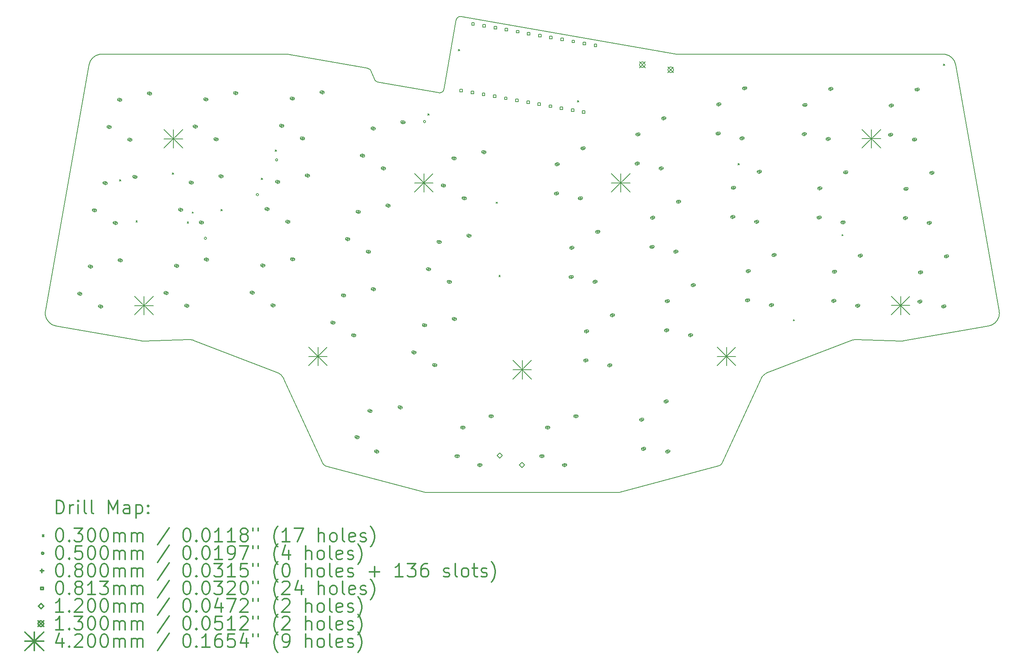
<source format=gbr>
%FSLAX45Y45*%
G04 Gerber Fmt 4.5, Leading zero omitted, Abs format (unit mm)*
G04 Created by KiCad (PCBNEW (5.1.10-1-10_14)) date 2021-11-21 17:37:53*
%MOMM*%
%LPD*%
G01*
G04 APERTURE LIST*
%TA.AperFunction,Profile*%
%ADD10C,0.200000*%
%TD*%
%ADD11C,0.200000*%
%ADD12C,0.300000*%
G04 APERTURE END LIST*
D10*
X12305829Y-3134342D02*
X12031901Y-4688281D01*
X6417782Y-10341478D02*
X8272355Y-11054113D01*
X17256823Y-3898897D02*
X12421676Y-3053221D01*
X12421676Y-3053221D02*
X12401475Y-3051722D01*
X12401475Y-3051722D02*
X12377267Y-3055404D01*
X12377267Y-3055404D02*
X12355066Y-3064665D01*
X12355066Y-3064665D02*
X12335782Y-3078866D01*
X12335782Y-3078866D02*
X12320326Y-3097371D01*
X12320326Y-3097371D02*
X12309607Y-3119544D01*
X12309607Y-3119544D02*
X12305829Y-3134342D01*
X3080911Y-9669393D02*
X3077094Y-9699885D01*
X3077094Y-9699885D02*
X3076385Y-9730024D01*
X3076385Y-9730024D02*
X3078664Y-9759638D01*
X3078664Y-9759638D02*
X3083806Y-9788550D01*
X3083806Y-9788550D02*
X3091689Y-9816585D01*
X3091689Y-9816585D02*
X3102192Y-9843569D01*
X3102192Y-9843569D02*
X3115192Y-9869327D01*
X3115192Y-9869327D02*
X3130565Y-9893684D01*
X3130565Y-9893684D02*
X3148191Y-9916464D01*
X3148191Y-9916464D02*
X3167945Y-9937493D01*
X3167945Y-9937493D02*
X3189706Y-9956596D01*
X3189706Y-9956596D02*
X3213351Y-9973598D01*
X3213351Y-9973598D02*
X3238758Y-9988323D01*
X3238758Y-9988323D02*
X3265803Y-10000598D01*
X3265803Y-10000598D02*
X3294366Y-10010246D01*
X3294366Y-10010246D02*
X3324323Y-10017093D01*
X4058241Y-4146643D02*
X3080911Y-9669393D01*
X10471459Y-4466633D02*
X10388475Y-4275668D01*
X10388475Y-4275668D02*
X10377718Y-4256819D01*
X10377718Y-4256819D02*
X10363382Y-4240946D01*
X10363382Y-4240946D02*
X10346056Y-4228516D01*
X10346056Y-4228516D02*
X10326330Y-4219993D01*
X10326330Y-4219993D02*
X10314207Y-4217056D01*
X9377878Y-13161225D02*
X11615173Y-13758978D01*
X9310476Y-13100805D02*
X9319909Y-13119201D01*
X9319909Y-13119201D02*
X9332731Y-13135069D01*
X9332731Y-13135069D02*
X9348459Y-13147975D01*
X9348459Y-13147975D02*
X9366607Y-13157484D01*
X9366607Y-13157484D02*
X9377878Y-13161225D01*
X8437139Y-11208440D02*
X9310476Y-13100805D01*
X18210579Y-13159012D02*
X18229897Y-13151627D01*
X18229897Y-13151627D02*
X18247067Y-13140596D01*
X18247067Y-13140596D02*
X18261605Y-13126353D01*
X18261605Y-13126353D02*
X18273026Y-13109334D01*
X18273026Y-13109334D02*
X18277966Y-13098530D01*
X15971514Y-13758978D02*
X18210579Y-13159012D01*
X11615173Y-13758978D02*
X15971514Y-13758978D01*
X22299254Y-10352401D02*
X22320133Y-10352308D01*
X22320133Y-10352308D02*
X22340944Y-10350765D01*
X22340944Y-10350765D02*
X22359740Y-10348107D01*
X21286657Y-10321659D02*
X22299254Y-10352401D01*
X21169909Y-10341498D02*
X21191086Y-10334252D01*
X21191086Y-10334252D02*
X21212695Y-10328616D01*
X21212695Y-10328616D02*
X21234642Y-10324606D01*
X21234642Y-10324606D02*
X21256837Y-10322237D01*
X21256837Y-10322237D02*
X21279188Y-10321525D01*
X21279188Y-10321525D02*
X21286657Y-10321659D01*
X19316065Y-11054136D02*
X21169909Y-10341498D01*
X19151376Y-11208321D02*
X19161270Y-11188810D01*
X19161270Y-11188810D02*
X19172490Y-11170178D01*
X19172490Y-11170178D02*
X19184975Y-11152482D01*
X19184975Y-11152482D02*
X19198662Y-11135780D01*
X19198662Y-11135780D02*
X19213490Y-11120130D01*
X19213490Y-11120130D02*
X19229396Y-11105592D01*
X19229396Y-11105592D02*
X19246319Y-11092222D01*
X19246319Y-11092222D02*
X19264197Y-11080079D01*
X19264197Y-11080079D02*
X19282967Y-11069220D01*
X19282967Y-11069220D02*
X19302567Y-11059705D01*
X19302567Y-11059705D02*
X19316065Y-11054136D01*
X3324323Y-10017093D02*
X5228000Y-10348000D01*
X8272355Y-11054113D02*
X8292491Y-11062706D01*
X8292491Y-11062706D02*
X8311837Y-11072682D01*
X8311837Y-11072682D02*
X8330331Y-11083984D01*
X8330331Y-11083984D02*
X8347910Y-11096554D01*
X8347910Y-11096554D02*
X8364512Y-11110332D01*
X8364512Y-11110332D02*
X8380075Y-11125262D01*
X8380075Y-11125262D02*
X8394537Y-11141284D01*
X8394537Y-11141284D02*
X8407836Y-11158341D01*
X8407836Y-11158341D02*
X8419909Y-11176374D01*
X8419909Y-11176374D02*
X8430695Y-11195325D01*
X8430695Y-11195325D02*
X8437139Y-11208440D01*
X11915879Y-4769371D02*
X10545632Y-4525228D01*
X12031901Y-4688281D02*
X12026393Y-4707800D01*
X12026393Y-4707800D02*
X12014632Y-4729309D01*
X12014632Y-4729309D02*
X11998309Y-4747013D01*
X11998309Y-4747013D02*
X11978335Y-4760273D01*
X11978335Y-4760273D02*
X11955625Y-4768451D01*
X11955625Y-4768451D02*
X11931093Y-4770908D01*
X11931093Y-4770908D02*
X11915879Y-4769371D01*
X4353658Y-3898885D02*
X4326635Y-3900093D01*
X4326635Y-3900093D02*
X4300220Y-3903653D01*
X4300220Y-3903653D02*
X4274525Y-3909469D01*
X4274525Y-3909469D02*
X4249666Y-3917444D01*
X4249666Y-3917444D02*
X4225758Y-3927484D01*
X4225758Y-3927484D02*
X4202914Y-3939491D01*
X4202914Y-3939491D02*
X4181249Y-3953369D01*
X4181249Y-3953369D02*
X4160878Y-3969023D01*
X4160878Y-3969023D02*
X4141916Y-3986357D01*
X4141916Y-3986357D02*
X4124477Y-4005274D01*
X4124477Y-4005274D02*
X4108675Y-4025678D01*
X4108675Y-4025678D02*
X4094625Y-4047473D01*
X4094625Y-4047473D02*
X4082443Y-4070563D01*
X4082443Y-4070563D02*
X4072241Y-4094852D01*
X4072241Y-4094852D02*
X4064136Y-4120244D01*
X4064136Y-4120244D02*
X4058241Y-4146643D01*
X18277966Y-13098530D02*
X19151376Y-11208321D01*
X23530436Y-4146800D02*
X23524551Y-4120388D01*
X23524551Y-4120388D02*
X23516454Y-4094983D01*
X23516454Y-4094983D02*
X23506259Y-4070681D01*
X23506259Y-4070681D02*
X23494080Y-4047579D01*
X23494080Y-4047579D02*
X23480034Y-4025771D01*
X23480034Y-4025771D02*
X23464233Y-4005355D01*
X23464233Y-4005355D02*
X23446793Y-3986427D01*
X23446793Y-3986427D02*
X23427829Y-3969083D01*
X23427829Y-3969083D02*
X23407455Y-3953419D01*
X23407455Y-3953419D02*
X23385786Y-3939531D01*
X23385786Y-3939531D02*
X23362937Y-3927516D01*
X23362937Y-3927516D02*
X23339021Y-3917470D01*
X23339021Y-3917470D02*
X23314155Y-3909489D01*
X23314155Y-3909489D02*
X23288451Y-3903669D01*
X23288451Y-3903669D02*
X23262027Y-3900106D01*
X23262027Y-3900106D02*
X23234994Y-3898897D01*
X24504194Y-9670074D02*
X23530436Y-4146800D01*
X24260802Y-10017623D02*
X24290744Y-10010774D01*
X24290744Y-10010774D02*
X24319294Y-10001128D01*
X24319294Y-10001128D02*
X24346328Y-9988857D01*
X24346328Y-9988857D02*
X24371725Y-9974138D01*
X24371725Y-9974138D02*
X24395361Y-9957144D01*
X24395361Y-9957144D02*
X24417115Y-9938050D01*
X24417115Y-9938050D02*
X24436864Y-9917031D01*
X24436864Y-9917031D02*
X24454486Y-9894263D01*
X24454486Y-9894263D02*
X24469858Y-9869918D01*
X24469858Y-9869918D02*
X24482858Y-9844173D01*
X24482858Y-9844173D02*
X24493364Y-9817202D01*
X24493364Y-9817202D02*
X24501253Y-9789180D01*
X24501253Y-9789180D02*
X24506403Y-9760282D01*
X24506403Y-9760282D02*
X24508691Y-9730681D01*
X24508691Y-9730681D02*
X24507996Y-9700554D01*
X24507996Y-9700554D02*
X24504194Y-9670074D01*
X22359740Y-10348107D02*
X24260802Y-10017623D01*
X23234994Y-3898897D02*
X17256823Y-3898897D01*
X6301102Y-10321652D02*
X6323471Y-10321810D01*
X6323471Y-10321810D02*
X6345715Y-10323627D01*
X6345715Y-10323627D02*
X6367742Y-10327090D01*
X6367742Y-10327090D02*
X6389461Y-10332181D01*
X6389461Y-10332181D02*
X6410780Y-10338887D01*
X6410780Y-10338887D02*
X6417782Y-10341478D01*
X5288451Y-10352295D02*
X6301102Y-10321652D01*
X8518595Y-3898897D02*
X4353658Y-3898885D01*
X10314207Y-4217056D02*
X8518595Y-3898897D01*
X10545632Y-4525228D02*
X10524825Y-4519135D01*
X10524825Y-4519135D02*
X10506080Y-4508878D01*
X10506080Y-4508878D02*
X10489984Y-4494922D01*
X10489984Y-4494922D02*
X10477126Y-4477730D01*
X10477126Y-4477730D02*
X10471459Y-4466633D01*
X5228000Y-10348000D02*
X5248671Y-10350857D01*
X5248671Y-10350857D02*
X5269479Y-10352269D01*
X5269479Y-10352269D02*
X5288451Y-10352295D01*
D11*
X4743950Y-6725150D02*
X4773950Y-6755150D01*
X4773950Y-6725150D02*
X4743950Y-6755150D01*
X5113520Y-7648440D02*
X5143520Y-7678440D01*
X5143520Y-7648440D02*
X5113520Y-7678440D01*
X5930130Y-6571480D02*
X5960130Y-6601480D01*
X5960130Y-6571480D02*
X5930130Y-6601480D01*
X6266680Y-7672570D02*
X6296680Y-7702570D01*
X6296680Y-7672570D02*
X6266680Y-7702570D01*
X6375900Y-7447780D02*
X6405900Y-7477780D01*
X6405900Y-7447780D02*
X6375900Y-7477780D01*
X7022330Y-7394440D02*
X7052330Y-7424440D01*
X7052330Y-7394440D02*
X7022330Y-7424440D01*
X7929110Y-6689590D02*
X7959110Y-6719590D01*
X7959110Y-6689590D02*
X7929110Y-6719590D01*
X8240895Y-6056495D02*
X8270895Y-6086495D01*
X8270895Y-6056495D02*
X8240895Y-6086495D01*
X11672403Y-5242457D02*
X11702403Y-5272457D01*
X11702403Y-5242457D02*
X11672403Y-5272457D01*
X12355060Y-3795260D02*
X12385060Y-3825260D01*
X12385060Y-3795260D02*
X12355060Y-3825260D01*
X13202150Y-7226800D02*
X13232150Y-7256800D01*
X13232150Y-7226800D02*
X13202150Y-7256800D01*
X13265650Y-8873990D02*
X13295650Y-8903990D01*
X13295650Y-8873990D02*
X13265650Y-8903990D01*
X15032220Y-4947150D02*
X15062220Y-4977150D01*
X15062220Y-4947150D02*
X15032220Y-4977150D01*
X18639020Y-6359390D02*
X18669020Y-6389390D01*
X18669020Y-6359390D02*
X18639020Y-6389390D01*
X19879810Y-9868400D02*
X19909810Y-9898400D01*
X19909810Y-9868400D02*
X19879810Y-9898400D01*
X20972010Y-7955780D02*
X21002010Y-7985780D01*
X21002010Y-7955780D02*
X20972010Y-7985780D01*
X23252500Y-4125000D02*
X23282500Y-4155000D01*
X23282500Y-4125000D02*
X23252500Y-4155000D01*
X6697840Y-8040630D02*
G75*
G03*
X6697840Y-8040630I-25000J0D01*
G01*
X7864970Y-7060190D02*
G75*
G03*
X7864970Y-7060190I-25000J0D01*
G01*
X8296770Y-6279140D02*
G75*
G03*
X8296770Y-6279140I-25000J0D01*
G01*
X11620666Y-5417774D02*
G75*
G03*
X11620666Y-5417774I-25000J0D01*
G01*
X3852025Y-9248515D02*
X3852025Y-9328515D01*
X3812025Y-9288515D02*
X3892025Y-9288515D01*
X3827120Y-9314586D02*
X3866512Y-9321532D01*
X3837539Y-9255497D02*
X3876931Y-9262443D01*
X3866512Y-9321532D02*
G75*
G03*
X3876931Y-9262443I5209J29544D01*
G01*
X3837538Y-9255497D02*
G75*
G03*
X3827120Y-9314586I-5209J-29544D01*
G01*
X4090895Y-8636699D02*
X4090895Y-8716699D01*
X4050895Y-8676699D02*
X4130895Y-8676699D01*
X4065989Y-8702770D02*
X4105382Y-8709716D01*
X4076408Y-8643682D02*
X4115800Y-8650628D01*
X4105382Y-8709716D02*
G75*
G03*
X4115800Y-8650628I5209J29544D01*
G01*
X4076408Y-8643682D02*
G75*
G03*
X4065989Y-8702770I-5209J-29544D01*
G01*
X4182025Y-7371514D02*
X4182025Y-7451514D01*
X4142025Y-7411514D02*
X4222025Y-7411514D01*
X4157120Y-7437586D02*
X4196512Y-7444532D01*
X4167539Y-7378497D02*
X4206931Y-7385443D01*
X4196512Y-7444532D02*
G75*
G03*
X4206931Y-7385443I5209J29544D01*
G01*
X4167538Y-7378497D02*
G75*
G03*
X4157120Y-7437586I-5209J-29544D01*
G01*
X4319548Y-9534037D02*
X4319548Y-9614037D01*
X4279548Y-9574037D02*
X4359548Y-9574037D01*
X4294642Y-9600108D02*
X4334034Y-9607054D01*
X4305061Y-9541019D02*
X4344453Y-9547965D01*
X4334034Y-9607054D02*
G75*
G03*
X4344453Y-9547965I5209J29544D01*
G01*
X4305061Y-9541019D02*
G75*
G03*
X4294642Y-9600108I-5209J-29544D01*
G01*
X4420895Y-6759699D02*
X4420895Y-6839699D01*
X4380895Y-6799699D02*
X4460895Y-6799699D01*
X4395989Y-6825770D02*
X4435382Y-6832716D01*
X4406408Y-6766682D02*
X4445801Y-6773628D01*
X4435382Y-6832716D02*
G75*
G03*
X4445801Y-6773628I5209J29544D01*
G01*
X4406408Y-6766682D02*
G75*
G03*
X4395989Y-6825770I-5209J-29544D01*
G01*
X4510025Y-5497515D02*
X4510025Y-5577515D01*
X4470025Y-5537515D02*
X4550025Y-5537515D01*
X4485120Y-5563586D02*
X4524512Y-5570532D01*
X4495539Y-5504497D02*
X4534931Y-5511443D01*
X4524512Y-5570532D02*
G75*
G03*
X4534931Y-5511443I5209J29544D01*
G01*
X4495539Y-5504497D02*
G75*
G03*
X4485120Y-5563586I-5209J-29544D01*
G01*
X4649548Y-7657037D02*
X4649548Y-7737037D01*
X4609548Y-7697037D02*
X4689548Y-7697037D01*
X4624642Y-7723108D02*
X4664034Y-7730054D01*
X4635061Y-7664019D02*
X4674453Y-7670965D01*
X4664034Y-7730054D02*
G75*
G03*
X4674453Y-7670965I5209J29544D01*
G01*
X4635061Y-7664019D02*
G75*
G03*
X4624642Y-7723108I-5209J-29544D01*
G01*
X4748895Y-4885699D02*
X4748895Y-4965699D01*
X4708895Y-4925699D02*
X4788895Y-4925699D01*
X4723989Y-4951770D02*
X4763382Y-4958716D01*
X4734408Y-4892682D02*
X4773801Y-4899628D01*
X4763382Y-4958716D02*
G75*
G03*
X4773801Y-4899628I5209J29544D01*
G01*
X4734408Y-4892682D02*
G75*
G03*
X4723989Y-4951770I-5209J-29544D01*
G01*
X4760354Y-8496824D02*
X4760354Y-8576824D01*
X4720354Y-8536824D02*
X4800354Y-8536824D01*
X4735449Y-8562896D02*
X4774841Y-8569842D01*
X4745868Y-8503807D02*
X4785260Y-8510753D01*
X4774841Y-8569842D02*
G75*
G03*
X4785260Y-8510753I5209J29544D01*
G01*
X4745868Y-8503807D02*
G75*
G03*
X4735449Y-8562896I-5209J-29544D01*
G01*
X4977548Y-5783037D02*
X4977548Y-5863037D01*
X4937548Y-5823037D02*
X5017548Y-5823037D01*
X4952642Y-5849108D02*
X4992034Y-5856054D01*
X4963061Y-5790019D02*
X5002453Y-5796965D01*
X4992034Y-5856054D02*
G75*
G03*
X5002453Y-5796965I5209J29544D01*
G01*
X4963061Y-5790019D02*
G75*
G03*
X4952642Y-5849108I-5209J-29544D01*
G01*
X5090354Y-6619824D02*
X5090354Y-6699824D01*
X5050354Y-6659824D02*
X5130354Y-6659824D01*
X5065449Y-6685896D02*
X5104841Y-6692841D01*
X5075868Y-6626807D02*
X5115260Y-6633753D01*
X5104841Y-6692841D02*
G75*
G03*
X5115260Y-6633753I5209J29544D01*
G01*
X5075868Y-6626807D02*
G75*
G03*
X5065449Y-6685895I-5209J-29544D01*
G01*
X5418354Y-4745824D02*
X5418354Y-4825824D01*
X5378354Y-4785824D02*
X5458354Y-4785824D01*
X5393449Y-4811896D02*
X5432841Y-4818842D01*
X5403868Y-4752807D02*
X5443260Y-4759753D01*
X5432841Y-4818842D02*
G75*
G03*
X5443260Y-4759753I5209J29544D01*
G01*
X5403868Y-4752807D02*
G75*
G03*
X5393449Y-4811896I-5209J-29544D01*
G01*
X5789025Y-9231515D02*
X5789025Y-9311515D01*
X5749025Y-9271515D02*
X5829025Y-9271515D01*
X5764120Y-9297586D02*
X5803512Y-9304532D01*
X5774539Y-9238497D02*
X5813931Y-9245443D01*
X5803512Y-9304532D02*
G75*
G03*
X5813931Y-9245443I5209J29544D01*
G01*
X5774538Y-9238497D02*
G75*
G03*
X5764120Y-9297586I-5209J-29544D01*
G01*
X6027895Y-8619699D02*
X6027895Y-8699699D01*
X5987895Y-8659699D02*
X6067895Y-8659699D01*
X6002989Y-8685770D02*
X6042382Y-8692716D01*
X6013408Y-8626682D02*
X6052800Y-8633628D01*
X6042382Y-8692716D02*
G75*
G03*
X6052800Y-8633628I5209J29544D01*
G01*
X6013408Y-8626682D02*
G75*
G03*
X6002989Y-8685770I-5209J-29544D01*
G01*
X6116025Y-7358514D02*
X6116025Y-7438514D01*
X6076025Y-7398514D02*
X6156025Y-7398514D01*
X6091120Y-7424586D02*
X6130512Y-7431532D01*
X6101539Y-7365497D02*
X6140931Y-7372443D01*
X6130512Y-7431532D02*
G75*
G03*
X6140931Y-7372443I5209J29544D01*
G01*
X6101538Y-7365497D02*
G75*
G03*
X6091120Y-7424586I-5209J-29544D01*
G01*
X6256548Y-9517037D02*
X6256548Y-9597037D01*
X6216548Y-9557037D02*
X6296548Y-9557037D01*
X6231642Y-9583108D02*
X6271034Y-9590054D01*
X6242061Y-9524019D02*
X6281453Y-9530965D01*
X6271034Y-9590054D02*
G75*
G03*
X6281453Y-9530965I5209J29544D01*
G01*
X6242061Y-9524019D02*
G75*
G03*
X6231642Y-9583108I-5209J-29544D01*
G01*
X6354895Y-6746699D02*
X6354895Y-6826699D01*
X6314895Y-6786699D02*
X6394895Y-6786699D01*
X6329989Y-6812770D02*
X6369382Y-6819716D01*
X6340408Y-6753682D02*
X6379800Y-6760628D01*
X6369382Y-6819716D02*
G75*
G03*
X6379800Y-6760628I5209J29544D01*
G01*
X6340408Y-6753682D02*
G75*
G03*
X6329989Y-6812770I-5209J-29544D01*
G01*
X6445025Y-5487515D02*
X6445025Y-5567515D01*
X6405025Y-5527515D02*
X6485025Y-5527515D01*
X6420120Y-5553586D02*
X6459512Y-5560532D01*
X6430539Y-5494497D02*
X6469931Y-5501443D01*
X6459512Y-5560532D02*
G75*
G03*
X6469931Y-5501443I5209J29544D01*
G01*
X6430538Y-5494497D02*
G75*
G03*
X6420120Y-5553586I-5209J-29544D01*
G01*
X6583548Y-7644037D02*
X6583548Y-7724037D01*
X6543548Y-7684037D02*
X6623548Y-7684037D01*
X6558642Y-7710108D02*
X6598034Y-7717054D01*
X6569061Y-7651019D02*
X6608453Y-7657965D01*
X6598034Y-7717054D02*
G75*
G03*
X6608453Y-7657965I5209J29544D01*
G01*
X6569061Y-7651019D02*
G75*
G03*
X6558642Y-7710108I-5209J-29544D01*
G01*
X6683895Y-4875699D02*
X6683895Y-4955699D01*
X6643895Y-4915699D02*
X6723895Y-4915699D01*
X6658989Y-4941770D02*
X6698382Y-4948716D01*
X6669408Y-4882682D02*
X6708800Y-4889628D01*
X6698382Y-4948716D02*
G75*
G03*
X6708800Y-4889628I5209J29544D01*
G01*
X6669408Y-4882682D02*
G75*
G03*
X6658989Y-4941770I-5209J-29544D01*
G01*
X6697354Y-8479824D02*
X6697354Y-8559824D01*
X6657354Y-8519824D02*
X6737354Y-8519824D01*
X6672449Y-8545896D02*
X6711841Y-8552842D01*
X6682868Y-8486807D02*
X6722260Y-8493753D01*
X6711841Y-8552842D02*
G75*
G03*
X6722260Y-8493753I5209J29544D01*
G01*
X6682868Y-8486807D02*
G75*
G03*
X6672449Y-8545896I-5209J-29544D01*
G01*
X6912548Y-5773037D02*
X6912548Y-5853037D01*
X6872548Y-5813037D02*
X6952548Y-5813037D01*
X6887642Y-5839108D02*
X6927034Y-5846054D01*
X6898061Y-5780019D02*
X6937453Y-5786965D01*
X6927034Y-5846054D02*
G75*
G03*
X6937453Y-5786965I5209J29544D01*
G01*
X6898061Y-5780019D02*
G75*
G03*
X6887642Y-5839108I-5209J-29544D01*
G01*
X7024354Y-6606824D02*
X7024354Y-6686824D01*
X6984354Y-6646824D02*
X7064354Y-6646824D01*
X6999449Y-6672896D02*
X7038841Y-6679841D01*
X7009868Y-6613807D02*
X7049260Y-6620753D01*
X7038841Y-6679841D02*
G75*
G03*
X7049260Y-6620753I5209J29544D01*
G01*
X7009868Y-6613807D02*
G75*
G03*
X6999449Y-6672895I-5209J-29544D01*
G01*
X7353354Y-4735824D02*
X7353354Y-4815824D01*
X7313354Y-4775824D02*
X7393354Y-4775824D01*
X7328449Y-4801896D02*
X7367841Y-4808842D01*
X7338868Y-4742807D02*
X7378260Y-4749753D01*
X7367841Y-4808842D02*
G75*
G03*
X7378260Y-4749753I5209J29544D01*
G01*
X7338868Y-4742807D02*
G75*
G03*
X7328449Y-4801896I-5209J-29544D01*
G01*
X7724025Y-9223515D02*
X7724025Y-9303515D01*
X7684025Y-9263515D02*
X7764025Y-9263515D01*
X7699120Y-9289586D02*
X7738512Y-9296532D01*
X7709539Y-9230497D02*
X7748931Y-9237443D01*
X7738512Y-9296532D02*
G75*
G03*
X7748931Y-9237443I5209J29544D01*
G01*
X7709538Y-9230497D02*
G75*
G03*
X7699120Y-9289586I-5209J-29544D01*
G01*
X7962895Y-8611699D02*
X7962895Y-8691699D01*
X7922895Y-8651699D02*
X8002895Y-8651699D01*
X7937989Y-8677770D02*
X7977382Y-8684716D01*
X7948408Y-8618682D02*
X7987800Y-8625628D01*
X7977382Y-8684716D02*
G75*
G03*
X7987800Y-8625628I5209J29544D01*
G01*
X7948408Y-8618682D02*
G75*
G03*
X7937989Y-8677770I-5209J-29544D01*
G01*
X8058025Y-7342514D02*
X8058025Y-7422514D01*
X8018025Y-7382514D02*
X8098025Y-7382514D01*
X8033120Y-7408586D02*
X8072512Y-7415532D01*
X8043539Y-7349497D02*
X8082931Y-7356443D01*
X8072512Y-7415532D02*
G75*
G03*
X8082931Y-7356443I5209J29544D01*
G01*
X8043538Y-7349497D02*
G75*
G03*
X8033120Y-7408586I-5209J-29544D01*
G01*
X8191548Y-9509037D02*
X8191548Y-9589037D01*
X8151548Y-9549037D02*
X8231548Y-9549037D01*
X8166642Y-9575108D02*
X8206034Y-9582054D01*
X8177061Y-9516019D02*
X8216453Y-9522965D01*
X8206034Y-9582054D02*
G75*
G03*
X8216453Y-9522965I5209J29544D01*
G01*
X8177061Y-9516019D02*
G75*
G03*
X8166642Y-9575108I-5209J-29544D01*
G01*
X8296895Y-6730699D02*
X8296895Y-6810699D01*
X8256895Y-6770699D02*
X8336895Y-6770699D01*
X8271989Y-6796770D02*
X8311382Y-6803716D01*
X8282408Y-6737682D02*
X8321800Y-6744628D01*
X8311382Y-6803716D02*
G75*
G03*
X8321800Y-6744628I5209J29544D01*
G01*
X8282408Y-6737682D02*
G75*
G03*
X8271989Y-6796770I-5209J-29544D01*
G01*
X8387025Y-5469515D02*
X8387025Y-5549515D01*
X8347025Y-5509515D02*
X8427025Y-5509515D01*
X8362120Y-5535586D02*
X8401512Y-5542532D01*
X8372539Y-5476497D02*
X8411931Y-5483443D01*
X8401512Y-5542532D02*
G75*
G03*
X8411931Y-5483443I5209J29544D01*
G01*
X8372538Y-5476497D02*
G75*
G03*
X8362120Y-5535586I-5209J-29544D01*
G01*
X8525548Y-7628037D02*
X8525548Y-7708037D01*
X8485548Y-7668037D02*
X8565548Y-7668037D01*
X8500642Y-7694108D02*
X8540034Y-7701054D01*
X8511061Y-7635019D02*
X8550453Y-7641965D01*
X8540034Y-7701054D02*
G75*
G03*
X8550453Y-7641965I5209J29544D01*
G01*
X8511061Y-7635019D02*
G75*
G03*
X8500642Y-7694108I-5209J-29544D01*
G01*
X8625895Y-4857699D02*
X8625895Y-4937699D01*
X8585895Y-4897699D02*
X8665895Y-4897699D01*
X8600989Y-4923770D02*
X8640382Y-4930716D01*
X8611408Y-4864682D02*
X8650801Y-4871628D01*
X8640382Y-4930716D02*
G75*
G03*
X8650801Y-4871628I5209J29544D01*
G01*
X8611408Y-4864682D02*
G75*
G03*
X8600989Y-4923770I-5209J-29544D01*
G01*
X8632354Y-8471824D02*
X8632354Y-8551824D01*
X8592354Y-8511824D02*
X8672354Y-8511824D01*
X8607449Y-8537896D02*
X8646841Y-8544842D01*
X8617868Y-8478807D02*
X8657260Y-8485753D01*
X8646841Y-8544842D02*
G75*
G03*
X8657260Y-8485753I5209J29544D01*
G01*
X8617868Y-8478807D02*
G75*
G03*
X8607449Y-8537896I-5209J-29544D01*
G01*
X8854548Y-5755037D02*
X8854548Y-5835037D01*
X8814548Y-5795037D02*
X8894548Y-5795037D01*
X8829642Y-5821108D02*
X8869034Y-5828054D01*
X8840061Y-5762019D02*
X8879453Y-5768965D01*
X8869034Y-5828054D02*
G75*
G03*
X8879453Y-5768965I5209J29544D01*
G01*
X8840061Y-5762019D02*
G75*
G03*
X8829642Y-5821108I-5209J-29544D01*
G01*
X8966354Y-6590824D02*
X8966354Y-6670824D01*
X8926354Y-6630824D02*
X9006354Y-6630824D01*
X8941449Y-6656896D02*
X8980841Y-6663841D01*
X8951868Y-6597807D02*
X8991260Y-6604753D01*
X8980841Y-6663841D02*
G75*
G03*
X8991260Y-6604753I5209J29544D01*
G01*
X8951868Y-6597807D02*
G75*
G03*
X8941449Y-6656895I-5209J-29544D01*
G01*
X9295354Y-4717824D02*
X9295354Y-4797824D01*
X9255354Y-4757824D02*
X9335354Y-4757824D01*
X9270449Y-4783896D02*
X9309841Y-4790842D01*
X9280868Y-4724807D02*
X9320260Y-4731753D01*
X9309841Y-4790842D02*
G75*
G03*
X9320260Y-4731753I5209J29544D01*
G01*
X9280868Y-4724807D02*
G75*
G03*
X9270449Y-4783896I-5209J-29544D01*
G01*
X9538025Y-9896515D02*
X9538025Y-9976515D01*
X9498025Y-9936515D02*
X9578025Y-9936515D01*
X9513120Y-9962586D02*
X9552512Y-9969532D01*
X9523539Y-9903497D02*
X9562931Y-9910443D01*
X9552512Y-9969532D02*
G75*
G03*
X9562931Y-9910443I5209J29544D01*
G01*
X9523539Y-9903497D02*
G75*
G03*
X9513120Y-9962586I-5209J-29544D01*
G01*
X9776895Y-9284699D02*
X9776895Y-9364699D01*
X9736895Y-9324699D02*
X9816895Y-9324699D01*
X9751989Y-9350770D02*
X9791382Y-9357716D01*
X9762408Y-9291682D02*
X9801801Y-9298628D01*
X9791382Y-9357716D02*
G75*
G03*
X9801801Y-9298628I5209J29544D01*
G01*
X9762408Y-9291682D02*
G75*
G03*
X9751989Y-9350770I-5209J-29544D01*
G01*
X9869025Y-8017514D02*
X9869025Y-8097514D01*
X9829025Y-8057514D02*
X9909025Y-8057514D01*
X9844120Y-8083586D02*
X9883512Y-8090532D01*
X9854539Y-8024497D02*
X9893931Y-8031443D01*
X9883512Y-8090532D02*
G75*
G03*
X9893931Y-8031443I5209J29544D01*
G01*
X9854539Y-8024497D02*
G75*
G03*
X9844120Y-8083586I-5209J-29544D01*
G01*
X10005548Y-10182037D02*
X10005548Y-10262037D01*
X9965548Y-10222037D02*
X10045548Y-10222037D01*
X9980642Y-10248108D02*
X10020034Y-10255054D01*
X9991061Y-10189019D02*
X10030453Y-10195965D01*
X10020034Y-10255054D02*
G75*
G03*
X10030453Y-10195965I5209J29544D01*
G01*
X9991061Y-10189019D02*
G75*
G03*
X9980642Y-10248108I-5209J-29544D01*
G01*
X10079438Y-12471713D02*
X10079438Y-12551713D01*
X10039438Y-12511713D02*
X10119438Y-12511713D01*
X10052355Y-12535515D02*
X10090992Y-12545868D01*
X10067885Y-12477559D02*
X10106522Y-12487912D01*
X10090992Y-12545868D02*
G75*
G03*
X10106522Y-12487912I7765J28978D01*
G01*
X10067885Y-12477559D02*
G75*
G03*
X10052355Y-12535515I-7765J-28978D01*
G01*
X10107895Y-7405699D02*
X10107895Y-7485699D01*
X10067895Y-7445699D02*
X10147895Y-7445699D01*
X10082989Y-7471770D02*
X10122382Y-7478716D01*
X10093408Y-7412682D02*
X10132801Y-7419628D01*
X10122382Y-7478716D02*
G75*
G03*
X10132801Y-7419628I5209J29544D01*
G01*
X10093408Y-7412682D02*
G75*
G03*
X10082989Y-7471770I-5209J-29544D01*
G01*
X10203025Y-6142514D02*
X10203025Y-6222514D01*
X10163025Y-6182514D02*
X10243025Y-6182514D01*
X10178120Y-6208586D02*
X10217512Y-6215532D01*
X10188539Y-6149497D02*
X10227931Y-6156443D01*
X10217512Y-6215532D02*
G75*
G03*
X10227931Y-6156443I5209J29544D01*
G01*
X10188539Y-6149497D02*
G75*
G03*
X10178120Y-6208586I-5209J-29544D01*
G01*
X10336548Y-8303037D02*
X10336548Y-8383037D01*
X10296548Y-8343037D02*
X10376548Y-8343037D01*
X10311642Y-8369108D02*
X10351034Y-8376054D01*
X10322061Y-8310019D02*
X10361453Y-8316965D01*
X10351034Y-8376054D02*
G75*
G03*
X10361453Y-8316965I5209J29544D01*
G01*
X10322061Y-8310019D02*
G75*
G03*
X10311642Y-8369108I-5209J-29544D01*
G01*
X10370722Y-11883045D02*
X10370722Y-11963045D01*
X10330722Y-11923045D02*
X10410722Y-11923045D01*
X10343639Y-11946846D02*
X10382276Y-11957199D01*
X10359168Y-11888891D02*
X10397805Y-11899243D01*
X10382276Y-11957199D02*
G75*
G03*
X10397805Y-11899243I7765J28978D01*
G01*
X10359168Y-11888891D02*
G75*
G03*
X10343639Y-11946846I-7765J-28978D01*
G01*
X10441895Y-5530699D02*
X10441895Y-5610699D01*
X10401895Y-5570699D02*
X10481895Y-5570699D01*
X10416989Y-5596770D02*
X10456382Y-5603716D01*
X10427408Y-5537682D02*
X10466801Y-5544628D01*
X10456382Y-5603716D02*
G75*
G03*
X10466801Y-5544628I5209J29544D01*
G01*
X10427408Y-5537682D02*
G75*
G03*
X10416989Y-5596770I-5209J-29544D01*
G01*
X10446354Y-9144824D02*
X10446354Y-9224824D01*
X10406354Y-9184824D02*
X10486354Y-9184824D01*
X10421449Y-9210896D02*
X10460841Y-9217842D01*
X10431868Y-9151807D02*
X10471260Y-9158753D01*
X10460841Y-9217842D02*
G75*
G03*
X10471260Y-9158753I5209J29544D01*
G01*
X10431868Y-9151807D02*
G75*
G03*
X10421449Y-9210896I-5209J-29544D01*
G01*
X10520297Y-12796896D02*
X10520297Y-12876896D01*
X10480297Y-12836896D02*
X10560297Y-12836896D01*
X10493214Y-12860698D02*
X10531851Y-12871050D01*
X10508743Y-12802742D02*
X10547380Y-12813095D01*
X10531851Y-12871050D02*
G75*
G03*
X10547380Y-12813095I7765J28978D01*
G01*
X10508743Y-12802742D02*
G75*
G03*
X10493214Y-12860698I-7765J-28978D01*
G01*
X10670548Y-6428037D02*
X10670548Y-6508037D01*
X10630548Y-6468037D02*
X10710548Y-6468037D01*
X10645642Y-6494108D02*
X10685034Y-6501054D01*
X10656061Y-6435019D02*
X10695453Y-6441965D01*
X10685034Y-6501054D02*
G75*
G03*
X10695453Y-6441965I5209J29544D01*
G01*
X10656061Y-6435019D02*
G75*
G03*
X10645642Y-6494108I-5209J-29544D01*
G01*
X10777354Y-7265824D02*
X10777354Y-7345824D01*
X10737354Y-7305824D02*
X10817354Y-7305824D01*
X10752449Y-7331896D02*
X10791841Y-7338841D01*
X10762868Y-7272807D02*
X10802260Y-7279753D01*
X10791841Y-7338841D02*
G75*
G03*
X10802260Y-7279753I5209J29544D01*
G01*
X10762868Y-7272807D02*
G75*
G03*
X10752449Y-7331895I-5209J-29544D01*
G01*
X11049825Y-11802050D02*
X11049825Y-11882050D01*
X11009825Y-11842050D02*
X11089825Y-11842050D01*
X11022742Y-11865851D02*
X11061379Y-11876204D01*
X11038271Y-11807895D02*
X11076908Y-11818248D01*
X11061379Y-11876204D02*
G75*
G03*
X11076908Y-11818248I7765J28978D01*
G01*
X11038271Y-11807895D02*
G75*
G03*
X11022742Y-11865851I-7765J-28978D01*
G01*
X11111354Y-5390824D02*
X11111354Y-5470824D01*
X11071354Y-5430824D02*
X11151354Y-5430824D01*
X11086449Y-5456896D02*
X11125841Y-5463842D01*
X11096868Y-5397807D02*
X11136260Y-5404753D01*
X11125841Y-5463842D02*
G75*
G03*
X11136260Y-5404753I5209J29544D01*
G01*
X11096868Y-5397807D02*
G75*
G03*
X11086449Y-5456896I-5209J-29544D01*
G01*
X11357025Y-10566515D02*
X11357025Y-10646515D01*
X11317025Y-10606515D02*
X11397025Y-10606515D01*
X11332120Y-10632586D02*
X11371512Y-10639532D01*
X11342539Y-10573497D02*
X11381931Y-10580443D01*
X11371512Y-10639532D02*
G75*
G03*
X11381931Y-10580443I5209J29544D01*
G01*
X11342538Y-10573497D02*
G75*
G03*
X11332120Y-10632586I-5209J-29544D01*
G01*
X11595895Y-9954699D02*
X11595895Y-10034699D01*
X11555895Y-9994699D02*
X11635895Y-9994699D01*
X11570989Y-10020770D02*
X11610382Y-10027716D01*
X11581408Y-9961682D02*
X11620800Y-9968628D01*
X11610382Y-10027716D02*
G75*
G03*
X11620800Y-9968628I5209J29544D01*
G01*
X11581408Y-9961682D02*
G75*
G03*
X11570989Y-10020770I-5209J-29544D01*
G01*
X11686025Y-8694515D02*
X11686025Y-8774515D01*
X11646025Y-8734515D02*
X11726025Y-8734515D01*
X11661120Y-8760586D02*
X11700512Y-8767532D01*
X11671539Y-8701497D02*
X11710931Y-8708443D01*
X11700512Y-8767532D02*
G75*
G03*
X11710931Y-8708443I5209J29544D01*
G01*
X11671538Y-8701497D02*
G75*
G03*
X11661120Y-8760586I-5209J-29544D01*
G01*
X11824548Y-10852037D02*
X11824548Y-10932037D01*
X11784548Y-10892037D02*
X11864548Y-10892037D01*
X11799642Y-10918108D02*
X11839034Y-10925054D01*
X11810061Y-10859019D02*
X11849453Y-10865965D01*
X11839034Y-10925054D02*
G75*
G03*
X11849453Y-10865965I5209J29544D01*
G01*
X11810061Y-10859019D02*
G75*
G03*
X11799642Y-10918108I-5209J-29544D01*
G01*
X11924895Y-8082699D02*
X11924895Y-8162699D01*
X11884895Y-8122699D02*
X11964895Y-8122699D01*
X11899989Y-8148770D02*
X11939382Y-8155716D01*
X11910408Y-8089682D02*
X11949800Y-8096628D01*
X11939382Y-8155716D02*
G75*
G03*
X11949800Y-8096628I5209J29544D01*
G01*
X11910408Y-8089682D02*
G75*
G03*
X11899989Y-8148770I-5209J-29544D01*
G01*
X12021025Y-6814514D02*
X12021025Y-6894514D01*
X11981025Y-6854514D02*
X12061025Y-6854514D01*
X11996120Y-6880586D02*
X12035512Y-6887532D01*
X12006539Y-6821497D02*
X12045931Y-6828443D01*
X12035512Y-6887532D02*
G75*
G03*
X12045931Y-6828443I5209J29544D01*
G01*
X12006538Y-6821497D02*
G75*
G03*
X11996120Y-6880586I-5209J-29544D01*
G01*
X12153548Y-8980037D02*
X12153548Y-9060037D01*
X12113548Y-9020037D02*
X12193548Y-9020037D01*
X12128642Y-9046108D02*
X12168034Y-9053054D01*
X12139061Y-8987019D02*
X12178453Y-8993965D01*
X12168034Y-9053054D02*
G75*
G03*
X12178453Y-8993965I5209J29544D01*
G01*
X12139061Y-8987019D02*
G75*
G03*
X12128642Y-9046108I-5209J-29544D01*
G01*
X12259895Y-6202699D02*
X12259895Y-6282699D01*
X12219895Y-6242699D02*
X12299895Y-6242699D01*
X12234989Y-6268770D02*
X12274382Y-6275716D01*
X12245408Y-6209682D02*
X12284800Y-6216628D01*
X12274382Y-6275716D02*
G75*
G03*
X12284800Y-6216628I5209J29544D01*
G01*
X12245408Y-6209682D02*
G75*
G03*
X12234989Y-6268770I-5209J-29544D01*
G01*
X12265354Y-9814824D02*
X12265354Y-9894824D01*
X12225354Y-9854824D02*
X12305354Y-9854824D01*
X12240449Y-9880896D02*
X12279841Y-9887842D01*
X12250868Y-9821807D02*
X12290260Y-9828753D01*
X12279841Y-9887842D02*
G75*
G03*
X12290260Y-9828753I5209J29544D01*
G01*
X12250868Y-9821807D02*
G75*
G03*
X12240449Y-9880896I-5209J-29544D01*
G01*
X12329000Y-12900000D02*
X12329000Y-12980000D01*
X12289000Y-12940000D02*
X12369000Y-12940000D01*
X12309000Y-12970000D02*
X12349000Y-12970000D01*
X12309000Y-12910000D02*
X12349000Y-12910000D01*
X12349000Y-12970000D02*
G75*
G03*
X12349000Y-12910000I0J30000D01*
G01*
X12309000Y-12910000D02*
G75*
G03*
X12309000Y-12970000I0J-30000D01*
G01*
X12458000Y-12256000D02*
X12458000Y-12336000D01*
X12418000Y-12296000D02*
X12498000Y-12296000D01*
X12438000Y-12326000D02*
X12478000Y-12326000D01*
X12438000Y-12266000D02*
X12478000Y-12266000D01*
X12478000Y-12326000D02*
G75*
G03*
X12478000Y-12266000I0J30000D01*
G01*
X12438000Y-12266000D02*
G75*
G03*
X12438000Y-12326000I0J-30000D01*
G01*
X12488548Y-7100037D02*
X12488548Y-7180037D01*
X12448548Y-7140037D02*
X12528548Y-7140037D01*
X12463642Y-7166108D02*
X12503034Y-7173054D01*
X12474061Y-7107019D02*
X12513453Y-7113965D01*
X12503034Y-7173054D02*
G75*
G03*
X12513453Y-7113965I5209J29544D01*
G01*
X12474061Y-7107019D02*
G75*
G03*
X12463642Y-7166108I-5209J-29544D01*
G01*
X12594354Y-7942824D02*
X12594354Y-8022824D01*
X12554354Y-7982824D02*
X12634354Y-7982824D01*
X12569449Y-8008896D02*
X12608841Y-8015841D01*
X12579868Y-7949807D02*
X12619260Y-7956753D01*
X12608841Y-8015841D02*
G75*
G03*
X12619260Y-7956753I5209J29544D01*
G01*
X12579868Y-7949807D02*
G75*
G03*
X12569449Y-8008895I-5209J-29544D01*
G01*
X12839000Y-13100000D02*
X12839000Y-13180000D01*
X12799000Y-13140000D02*
X12879000Y-13140000D01*
X12819000Y-13170000D02*
X12859000Y-13170000D01*
X12819000Y-13110000D02*
X12859000Y-13110000D01*
X12859000Y-13170000D02*
G75*
G03*
X12859000Y-13110000I0J30000D01*
G01*
X12819000Y-13110000D02*
G75*
G03*
X12819000Y-13170000I0J-30000D01*
G01*
X12929354Y-6062824D02*
X12929354Y-6142824D01*
X12889354Y-6102824D02*
X12969354Y-6102824D01*
X12904449Y-6128896D02*
X12943841Y-6135841D01*
X12914868Y-6069807D02*
X12954260Y-6076753D01*
X12943841Y-6135841D02*
G75*
G03*
X12954260Y-6076753I5209J29544D01*
G01*
X12914868Y-6069807D02*
G75*
G03*
X12904449Y-6128895I-5209J-29544D01*
G01*
X13093000Y-12002000D02*
X13093000Y-12082000D01*
X13053000Y-12042000D02*
X13133000Y-12042000D01*
X13073000Y-12072000D02*
X13113000Y-12072000D01*
X13073000Y-12012000D02*
X13113000Y-12012000D01*
X13113000Y-12072000D02*
G75*
G03*
X13113000Y-12012000I0J30000D01*
G01*
X13073000Y-12012000D02*
G75*
G03*
X13073000Y-12072000I0J-30000D01*
G01*
X14233000Y-12900000D02*
X14233000Y-12980000D01*
X14193000Y-12940000D02*
X14273000Y-12940000D01*
X14213000Y-12970000D02*
X14253000Y-12970000D01*
X14213000Y-12910000D02*
X14253000Y-12910000D01*
X14253000Y-12970000D02*
G75*
G03*
X14253000Y-12910000I0J30000D01*
G01*
X14213000Y-12910000D02*
G75*
G03*
X14213000Y-12970000I0J-30000D01*
G01*
X14362000Y-12256000D02*
X14362000Y-12336000D01*
X14322000Y-12296000D02*
X14402000Y-12296000D01*
X14342000Y-12326000D02*
X14382000Y-12326000D01*
X14342000Y-12266000D02*
X14382000Y-12266000D01*
X14382000Y-12326000D02*
G75*
G03*
X14382000Y-12266000I0J30000D01*
G01*
X14342000Y-12266000D02*
G75*
G03*
X14342000Y-12326000I0J-30000D01*
G01*
X14560471Y-6992636D02*
X14560471Y-7072636D01*
X14520471Y-7032636D02*
X14600471Y-7032636D01*
X14545984Y-7065653D02*
X14585376Y-7058707D01*
X14535565Y-7006564D02*
X14574957Y-6999618D01*
X14585376Y-7058707D02*
G75*
G03*
X14574958Y-6999618I-5209J29544D01*
G01*
X14535565Y-7006564D02*
G75*
G03*
X14545984Y-7065653I5209J-29544D01*
G01*
X14575682Y-6336019D02*
X14575682Y-6416019D01*
X14535682Y-6376019D02*
X14615682Y-6376019D01*
X14561195Y-6409036D02*
X14600587Y-6402090D01*
X14550776Y-6349947D02*
X14590168Y-6343002D01*
X14600587Y-6402090D02*
G75*
G03*
X14590168Y-6343002I-5209J29544D01*
G01*
X14550776Y-6349948D02*
G75*
G03*
X14561195Y-6409036I5209J-29544D01*
G01*
X14743000Y-13100000D02*
X14743000Y-13180000D01*
X14703000Y-13140000D02*
X14783000Y-13140000D01*
X14723000Y-13170000D02*
X14763000Y-13170000D01*
X14723000Y-13110000D02*
X14763000Y-13110000D01*
X14763000Y-13170000D02*
G75*
G03*
X14763000Y-13110000I0J30000D01*
G01*
X14723000Y-13110000D02*
G75*
G03*
X14723000Y-13170000I0J-30000D01*
G01*
X14890471Y-8870636D02*
X14890471Y-8950636D01*
X14850471Y-8910636D02*
X14930471Y-8910636D01*
X14875984Y-8943653D02*
X14915376Y-8936707D01*
X14865565Y-8884564D02*
X14904957Y-8877618D01*
X14915376Y-8936707D02*
G75*
G03*
X14904958Y-8877618I-5209J29544D01*
G01*
X14865565Y-8884564D02*
G75*
G03*
X14875984Y-8943653I5209J-29544D01*
G01*
X14905682Y-8214019D02*
X14905682Y-8294019D01*
X14865682Y-8254019D02*
X14945682Y-8254019D01*
X14891195Y-8287036D02*
X14930587Y-8280090D01*
X14880776Y-8227947D02*
X14920168Y-8221002D01*
X14930587Y-8280090D02*
G75*
G03*
X14920168Y-8221002I-5209J29544D01*
G01*
X14880776Y-8227948D02*
G75*
G03*
X14891195Y-8287036I5209J-29544D01*
G01*
X14997000Y-12002000D02*
X14997000Y-12082000D01*
X14957000Y-12042000D02*
X15037000Y-12042000D01*
X14977000Y-12072000D02*
X15017000Y-12072000D01*
X14977000Y-12012000D02*
X15017000Y-12012000D01*
X15017000Y-12072000D02*
G75*
G03*
X15017000Y-12012000I0J30000D01*
G01*
X14977000Y-12012000D02*
G75*
G03*
X14977000Y-12072000I0J-30000D01*
G01*
X15097452Y-7101037D02*
X15097452Y-7181037D01*
X15057452Y-7141037D02*
X15137452Y-7141037D01*
X15082966Y-7174054D02*
X15122358Y-7167108D01*
X15072547Y-7114965D02*
X15111939Y-7108019D01*
X15122358Y-7167108D02*
G75*
G03*
X15111939Y-7108019I-5209J29544D01*
G01*
X15072547Y-7114965D02*
G75*
G03*
X15082966Y-7174054I5209J-29544D01*
G01*
X15156928Y-5975611D02*
X15156928Y-6055611D01*
X15116928Y-6015611D02*
X15196928Y-6015611D01*
X15142441Y-6048628D02*
X15181833Y-6041682D01*
X15132022Y-5989540D02*
X15171415Y-5982594D01*
X15181833Y-6041682D02*
G75*
G03*
X15171415Y-5982594I-5209J29544D01*
G01*
X15132022Y-5989540D02*
G75*
G03*
X15142441Y-6048628I5209J-29544D01*
G01*
X15220471Y-10748636D02*
X15220471Y-10828636D01*
X15180471Y-10788636D02*
X15260471Y-10788636D01*
X15205984Y-10821653D02*
X15245376Y-10814707D01*
X15195565Y-10762564D02*
X15234957Y-10755618D01*
X15245376Y-10814707D02*
G75*
G03*
X15234958Y-10755618I-5209J29544D01*
G01*
X15195565Y-10762564D02*
G75*
G03*
X15205984Y-10821653I5209J-29544D01*
G01*
X15235682Y-10092019D02*
X15235682Y-10172019D01*
X15195682Y-10132019D02*
X15275682Y-10132019D01*
X15221195Y-10165036D02*
X15260587Y-10158090D01*
X15210776Y-10105948D02*
X15250168Y-10099002D01*
X15260587Y-10158090D02*
G75*
G03*
X15250168Y-10099002I-5209J29544D01*
G01*
X15210776Y-10105948D02*
G75*
G03*
X15221195Y-10165036I5209J-29544D01*
G01*
X15427452Y-8979037D02*
X15427452Y-9059037D01*
X15387452Y-9019037D02*
X15467452Y-9019037D01*
X15412966Y-9052054D02*
X15452358Y-9045108D01*
X15402547Y-8992965D02*
X15441939Y-8986019D01*
X15452358Y-9045108D02*
G75*
G03*
X15441939Y-8986019I-5209J29544D01*
G01*
X15402547Y-8992965D02*
G75*
G03*
X15412966Y-9052054I5209J-29544D01*
G01*
X15486928Y-7853611D02*
X15486928Y-7933611D01*
X15446928Y-7893611D02*
X15526928Y-7893611D01*
X15472441Y-7926628D02*
X15511833Y-7919682D01*
X15462022Y-7867540D02*
X15501415Y-7860594D01*
X15511833Y-7919682D02*
G75*
G03*
X15501415Y-7860594I-5209J29544D01*
G01*
X15462022Y-7867540D02*
G75*
G03*
X15472441Y-7926628I5209J-29544D01*
G01*
X15757452Y-10857037D02*
X15757452Y-10937037D01*
X15717452Y-10897037D02*
X15797452Y-10897037D01*
X15742966Y-10930054D02*
X15782358Y-10923108D01*
X15732547Y-10870965D02*
X15771939Y-10864019D01*
X15782358Y-10923108D02*
G75*
G03*
X15771939Y-10864019I-5209J29544D01*
G01*
X15732547Y-10870965D02*
G75*
G03*
X15742966Y-10930054I5209J-29544D01*
G01*
X15816928Y-9731611D02*
X15816928Y-9811611D01*
X15776928Y-9771611D02*
X15856928Y-9771611D01*
X15802441Y-9804628D02*
X15841833Y-9797682D01*
X15792022Y-9745540D02*
X15831415Y-9738594D01*
X15841833Y-9797682D02*
G75*
G03*
X15831415Y-9738594I-5209J29544D01*
G01*
X15792022Y-9745540D02*
G75*
G03*
X15802441Y-9804628I5209J-29544D01*
G01*
X16374471Y-6319636D02*
X16374471Y-6399636D01*
X16334471Y-6359636D02*
X16414471Y-6359636D01*
X16359984Y-6392653D02*
X16399376Y-6385707D01*
X16349565Y-6333564D02*
X16388957Y-6326618D01*
X16399376Y-6385707D02*
G75*
G03*
X16388958Y-6326618I-5209J29544D01*
G01*
X16349565Y-6333564D02*
G75*
G03*
X16359984Y-6392653I5209J-29544D01*
G01*
X16389682Y-5663019D02*
X16389682Y-5743019D01*
X16349682Y-5703019D02*
X16429682Y-5703019D01*
X16375195Y-5736036D02*
X16414587Y-5729090D01*
X16364776Y-5676947D02*
X16404168Y-5670002D01*
X16414587Y-5729090D02*
G75*
G03*
X16404168Y-5670002I-5209J29544D01*
G01*
X16364776Y-5676948D02*
G75*
G03*
X16375195Y-5736036I5209J-29544D01*
G01*
X16475242Y-12079265D02*
X16475242Y-12159265D01*
X16435242Y-12119265D02*
X16515242Y-12119265D01*
X16463688Y-12153419D02*
X16502325Y-12143066D01*
X16448159Y-12095463D02*
X16486796Y-12085111D01*
X16502325Y-12143066D02*
G75*
G03*
X16486796Y-12085111I-7765J28978D01*
G01*
X16448159Y-12095463D02*
G75*
G03*
X16463688Y-12153419I7765J-28978D01*
G01*
X16517317Y-12734709D02*
X16517317Y-12814709D01*
X16477317Y-12774709D02*
X16557317Y-12774709D01*
X16505763Y-12808863D02*
X16544400Y-12798510D01*
X16490234Y-12750907D02*
X16528871Y-12740555D01*
X16544400Y-12798510D02*
G75*
G03*
X16528871Y-12740555I-7765J28978D01*
G01*
X16490234Y-12750907D02*
G75*
G03*
X16505763Y-12808863I7765J-28978D01*
G01*
X16706471Y-8193636D02*
X16706471Y-8273636D01*
X16666471Y-8233636D02*
X16746471Y-8233636D01*
X16691984Y-8266653D02*
X16731376Y-8259707D01*
X16681565Y-8207564D02*
X16720957Y-8200618D01*
X16731376Y-8259707D02*
G75*
G03*
X16720958Y-8200618I-5209J29544D01*
G01*
X16681565Y-8207564D02*
G75*
G03*
X16691984Y-8266653I5209J-29544D01*
G01*
X16721682Y-7537019D02*
X16721682Y-7617019D01*
X16681682Y-7577019D02*
X16761682Y-7577019D01*
X16707195Y-7610036D02*
X16746587Y-7603090D01*
X16696776Y-7550947D02*
X16736168Y-7544002D01*
X16746587Y-7603090D02*
G75*
G03*
X16736168Y-7544002I-5209J29544D01*
G01*
X16696776Y-7550948D02*
G75*
G03*
X16707195Y-7610036I5209J-29544D01*
G01*
X16911452Y-6428037D02*
X16911452Y-6508037D01*
X16871452Y-6468037D02*
X16951452Y-6468037D01*
X16896966Y-6501054D02*
X16936358Y-6494108D01*
X16886547Y-6441965D02*
X16925939Y-6435019D01*
X16936358Y-6494108D02*
G75*
G03*
X16925939Y-6435019I-5209J29544D01*
G01*
X16886547Y-6441965D02*
G75*
G03*
X16896966Y-6501054I5209J-29544D01*
G01*
X16970928Y-5302611D02*
X16970928Y-5382611D01*
X16930928Y-5342611D02*
X17010928Y-5342611D01*
X16956441Y-5375628D02*
X16995834Y-5368682D01*
X16946022Y-5316540D02*
X16985415Y-5309594D01*
X16995834Y-5368682D02*
G75*
G03*
X16985415Y-5309594I-5209J29544D01*
G01*
X16946022Y-5316540D02*
G75*
G03*
X16956441Y-5375628I5209J-29544D01*
G01*
X17022865Y-11669570D02*
X17022865Y-11749570D01*
X16982865Y-11709570D02*
X17062865Y-11709570D01*
X17011311Y-11743724D02*
X17049948Y-11733371D01*
X16995782Y-11685768D02*
X17034419Y-11675415D01*
X17049948Y-11733371D02*
G75*
G03*
X17034419Y-11675415I-7765J28978D01*
G01*
X16995782Y-11685768D02*
G75*
G03*
X17011311Y-11743724I7765J-28978D01*
G01*
X17035471Y-10070636D02*
X17035471Y-10150636D01*
X16995471Y-10110636D02*
X17075471Y-10110636D01*
X17020984Y-10143653D02*
X17060376Y-10136707D01*
X17010565Y-10084564D02*
X17049958Y-10077618D01*
X17060376Y-10136707D02*
G75*
G03*
X17049958Y-10077618I-5209J29544D01*
G01*
X17010565Y-10084564D02*
G75*
G03*
X17020984Y-10143653I5209J-29544D01*
G01*
X17050682Y-9414019D02*
X17050682Y-9494019D01*
X17010682Y-9454019D02*
X17090682Y-9454019D01*
X17036195Y-9487036D02*
X17075587Y-9480090D01*
X17025776Y-9427948D02*
X17065168Y-9421002D01*
X17075587Y-9480090D02*
G75*
G03*
X17065168Y-9421002I-5209J29544D01*
G01*
X17025776Y-9427948D02*
G75*
G03*
X17036195Y-9487036I5209J-29544D01*
G01*
X17061703Y-12795896D02*
X17061703Y-12875896D01*
X17021703Y-12835896D02*
X17101703Y-12835896D01*
X17050149Y-12870050D02*
X17088786Y-12859698D01*
X17034620Y-12812095D02*
X17073257Y-12801742D01*
X17088786Y-12859698D02*
G75*
G03*
X17073257Y-12801742I-7765J28978D01*
G01*
X17034620Y-12812095D02*
G75*
G03*
X17050149Y-12870050I7765J-28978D01*
G01*
X17243452Y-8302037D02*
X17243452Y-8382037D01*
X17203452Y-8342037D02*
X17283452Y-8342037D01*
X17228966Y-8375054D02*
X17268358Y-8368108D01*
X17218547Y-8315965D02*
X17257939Y-8309019D01*
X17268358Y-8368108D02*
G75*
G03*
X17257939Y-8309019I-5209J29544D01*
G01*
X17218547Y-8315965D02*
G75*
G03*
X17228966Y-8375054I5209J-29544D01*
G01*
X17302928Y-7176611D02*
X17302928Y-7256611D01*
X17262928Y-7216611D02*
X17342928Y-7216611D01*
X17288441Y-7249628D02*
X17327834Y-7242682D01*
X17278022Y-7190540D02*
X17317415Y-7183594D01*
X17327834Y-7242682D02*
G75*
G03*
X17317415Y-7183594I-5209J29544D01*
G01*
X17278022Y-7190540D02*
G75*
G03*
X17288441Y-7249628I5209J-29544D01*
G01*
X17572452Y-10179037D02*
X17572452Y-10259037D01*
X17532452Y-10219037D02*
X17612452Y-10219037D01*
X17557966Y-10252054D02*
X17597358Y-10245108D01*
X17547547Y-10192965D02*
X17586939Y-10186019D01*
X17597358Y-10245108D02*
G75*
G03*
X17586939Y-10186019I-5209J29544D01*
G01*
X17547547Y-10192965D02*
G75*
G03*
X17557966Y-10252054I5209J-29544D01*
G01*
X17631928Y-9053611D02*
X17631928Y-9133611D01*
X17591928Y-9093611D02*
X17671928Y-9093611D01*
X17617441Y-9126628D02*
X17656834Y-9119682D01*
X17607022Y-9067540D02*
X17646415Y-9060594D01*
X17656834Y-9119682D02*
G75*
G03*
X17646415Y-9060594I-5209J29544D01*
G01*
X17607022Y-9067540D02*
G75*
G03*
X17617441Y-9126628I5209J-29544D01*
G01*
X18191471Y-5644636D02*
X18191471Y-5724636D01*
X18151471Y-5684636D02*
X18231471Y-5684636D01*
X18176984Y-5717653D02*
X18216376Y-5710707D01*
X18166565Y-5658564D02*
X18205958Y-5651618D01*
X18216376Y-5710707D02*
G75*
G03*
X18205958Y-5651618I-5209J29544D01*
G01*
X18166565Y-5658564D02*
G75*
G03*
X18176984Y-5717653I5209J-29544D01*
G01*
X18206682Y-4988019D02*
X18206682Y-5068019D01*
X18166682Y-5028019D02*
X18246682Y-5028019D01*
X18192195Y-5061036D02*
X18231587Y-5054090D01*
X18181776Y-5001948D02*
X18221168Y-4995002D01*
X18231587Y-5054090D02*
G75*
G03*
X18221168Y-4995002I-5209J29544D01*
G01*
X18181776Y-5001948D02*
G75*
G03*
X18192195Y-5061036I5209J-29544D01*
G01*
X18520471Y-7520636D02*
X18520471Y-7600636D01*
X18480471Y-7560636D02*
X18560471Y-7560636D01*
X18505984Y-7593653D02*
X18545376Y-7586707D01*
X18495565Y-7534564D02*
X18534958Y-7527618D01*
X18545376Y-7586707D02*
G75*
G03*
X18534958Y-7527618I-5209J29544D01*
G01*
X18495565Y-7534564D02*
G75*
G03*
X18505984Y-7593653I5209J-29544D01*
G01*
X18535682Y-6864019D02*
X18535682Y-6944019D01*
X18495682Y-6904019D02*
X18575682Y-6904019D01*
X18521195Y-6937036D02*
X18560587Y-6930090D01*
X18510776Y-6877947D02*
X18550168Y-6871002D01*
X18560587Y-6930090D02*
G75*
G03*
X18550168Y-6871002I-5209J29544D01*
G01*
X18510776Y-6877948D02*
G75*
G03*
X18521195Y-6937036I5209J-29544D01*
G01*
X18728452Y-5753037D02*
X18728452Y-5833037D01*
X18688452Y-5793037D02*
X18768452Y-5793037D01*
X18713966Y-5826054D02*
X18753358Y-5819108D01*
X18703547Y-5766965D02*
X18742939Y-5760019D01*
X18753358Y-5819108D02*
G75*
G03*
X18742939Y-5760019I-5209J29544D01*
G01*
X18703547Y-5766965D02*
G75*
G03*
X18713966Y-5826054I5209J-29544D01*
G01*
X18787928Y-4627611D02*
X18787928Y-4707611D01*
X18747928Y-4667611D02*
X18827928Y-4667611D01*
X18773441Y-4700628D02*
X18812834Y-4693682D01*
X18763022Y-4641540D02*
X18802415Y-4634594D01*
X18812834Y-4693682D02*
G75*
G03*
X18802415Y-4634594I-5209J29544D01*
G01*
X18763022Y-4641540D02*
G75*
G03*
X18773441Y-4700628I5209J-29544D01*
G01*
X18852471Y-9394636D02*
X18852471Y-9474636D01*
X18812471Y-9434636D02*
X18892471Y-9434636D01*
X18837984Y-9467653D02*
X18877376Y-9460707D01*
X18827565Y-9408564D02*
X18866958Y-9401618D01*
X18877376Y-9460707D02*
G75*
G03*
X18866958Y-9401618I-5209J29544D01*
G01*
X18827565Y-9408564D02*
G75*
G03*
X18837984Y-9467653I5209J-29544D01*
G01*
X18867682Y-8738019D02*
X18867682Y-8818019D01*
X18827682Y-8778019D02*
X18907682Y-8778019D01*
X18853195Y-8811036D02*
X18892587Y-8804090D01*
X18842776Y-8751948D02*
X18882168Y-8745002D01*
X18892587Y-8804090D02*
G75*
G03*
X18882168Y-8745002I-5209J29544D01*
G01*
X18842776Y-8751948D02*
G75*
G03*
X18853195Y-8811036I5209J-29544D01*
G01*
X19057452Y-7629037D02*
X19057452Y-7709037D01*
X19017452Y-7669037D02*
X19097452Y-7669037D01*
X19042966Y-7702054D02*
X19082358Y-7695108D01*
X19032547Y-7642965D02*
X19071939Y-7636019D01*
X19082358Y-7695108D02*
G75*
G03*
X19071939Y-7636019I-5209J29544D01*
G01*
X19032547Y-7642965D02*
G75*
G03*
X19042966Y-7702054I5209J-29544D01*
G01*
X19116928Y-6503611D02*
X19116928Y-6583611D01*
X19076928Y-6543611D02*
X19156928Y-6543611D01*
X19102441Y-6576628D02*
X19141834Y-6569682D01*
X19092022Y-6517540D02*
X19131415Y-6510594D01*
X19141834Y-6569682D02*
G75*
G03*
X19131415Y-6510594I-5209J29544D01*
G01*
X19092022Y-6517540D02*
G75*
G03*
X19102441Y-6576628I5209J-29544D01*
G01*
X19389452Y-9503037D02*
X19389452Y-9583037D01*
X19349452Y-9543037D02*
X19429452Y-9543037D01*
X19374966Y-9576054D02*
X19414358Y-9569108D01*
X19364547Y-9516965D02*
X19403939Y-9510019D01*
X19414358Y-9569108D02*
G75*
G03*
X19403939Y-9510019I-5209J29544D01*
G01*
X19364547Y-9516965D02*
G75*
G03*
X19374966Y-9576054I5209J-29544D01*
G01*
X19448928Y-8377611D02*
X19448928Y-8457611D01*
X19408928Y-8417611D02*
X19488928Y-8417611D01*
X19434441Y-8450628D02*
X19473834Y-8443682D01*
X19424022Y-8391540D02*
X19463415Y-8384594D01*
X19473834Y-8443682D02*
G75*
G03*
X19463415Y-8384594I-5209J29544D01*
G01*
X19424022Y-8391540D02*
G75*
G03*
X19434441Y-8450628I5209J-29544D01*
G01*
X20126471Y-5657636D02*
X20126471Y-5737636D01*
X20086471Y-5697636D02*
X20166471Y-5697636D01*
X20111984Y-5730653D02*
X20151376Y-5723707D01*
X20101565Y-5671564D02*
X20140958Y-5664618D01*
X20151376Y-5723707D02*
G75*
G03*
X20140958Y-5664618I-5209J29544D01*
G01*
X20101565Y-5671564D02*
G75*
G03*
X20111984Y-5730653I5209J-29544D01*
G01*
X20141682Y-5001019D02*
X20141682Y-5081019D01*
X20101682Y-5041019D02*
X20181682Y-5041019D01*
X20127195Y-5074036D02*
X20166587Y-5067090D01*
X20116776Y-5014948D02*
X20156168Y-5008002D01*
X20166587Y-5067090D02*
G75*
G03*
X20156168Y-5008002I-5209J29544D01*
G01*
X20116776Y-5014948D02*
G75*
G03*
X20127195Y-5074036I5209J-29544D01*
G01*
X20460471Y-7533636D02*
X20460471Y-7613636D01*
X20420471Y-7573636D02*
X20500471Y-7573636D01*
X20445984Y-7606653D02*
X20485376Y-7599707D01*
X20435565Y-7547564D02*
X20474958Y-7540618D01*
X20485376Y-7599707D02*
G75*
G03*
X20474958Y-7540618I-5209J29544D01*
G01*
X20435565Y-7547564D02*
G75*
G03*
X20445984Y-7606653I5209J-29544D01*
G01*
X20475682Y-6877019D02*
X20475682Y-6957019D01*
X20435682Y-6917019D02*
X20515682Y-6917019D01*
X20461195Y-6950036D02*
X20500587Y-6943090D01*
X20450776Y-6890947D02*
X20490168Y-6884002D01*
X20500587Y-6943090D02*
G75*
G03*
X20490168Y-6884002I-5209J29544D01*
G01*
X20450776Y-6890948D02*
G75*
G03*
X20461195Y-6950036I5209J-29544D01*
G01*
X20663452Y-5766037D02*
X20663452Y-5846037D01*
X20623452Y-5806037D02*
X20703452Y-5806037D01*
X20648966Y-5839054D02*
X20688358Y-5832108D01*
X20638547Y-5779965D02*
X20677939Y-5773019D01*
X20688358Y-5832108D02*
G75*
G03*
X20677939Y-5773019I-5209J29544D01*
G01*
X20638547Y-5779965D02*
G75*
G03*
X20648966Y-5839054I5209J-29544D01*
G01*
X20722928Y-4640611D02*
X20722928Y-4720611D01*
X20682928Y-4680611D02*
X20762928Y-4680611D01*
X20708441Y-4713628D02*
X20747834Y-4706682D01*
X20698022Y-4654540D02*
X20737415Y-4647594D01*
X20747834Y-4706682D02*
G75*
G03*
X20737415Y-4647594I-5209J29544D01*
G01*
X20698022Y-4654540D02*
G75*
G03*
X20708441Y-4713628I5209J-29544D01*
G01*
X20790471Y-9407636D02*
X20790471Y-9487636D01*
X20750471Y-9447636D02*
X20830471Y-9447636D01*
X20775984Y-9480653D02*
X20815376Y-9473707D01*
X20765565Y-9421564D02*
X20804958Y-9414618D01*
X20815376Y-9473707D02*
G75*
G03*
X20804958Y-9414618I-5209J29544D01*
G01*
X20765565Y-9421564D02*
G75*
G03*
X20775984Y-9480653I5209J-29544D01*
G01*
X20805682Y-8751019D02*
X20805682Y-8831019D01*
X20765682Y-8791019D02*
X20845682Y-8791019D01*
X20791195Y-8824036D02*
X20830587Y-8817090D01*
X20780776Y-8764948D02*
X20820168Y-8758002D01*
X20830587Y-8817090D02*
G75*
G03*
X20820168Y-8758002I-5209J29544D01*
G01*
X20780776Y-8764948D02*
G75*
G03*
X20791195Y-8824036I5209J-29544D01*
G01*
X20997452Y-7642037D02*
X20997452Y-7722037D01*
X20957452Y-7682037D02*
X21037452Y-7682037D01*
X20982966Y-7715054D02*
X21022358Y-7708108D01*
X20972547Y-7655965D02*
X21011939Y-7649019D01*
X21022358Y-7708108D02*
G75*
G03*
X21011939Y-7649019I-5209J29544D01*
G01*
X20972547Y-7655965D02*
G75*
G03*
X20982966Y-7715054I5209J-29544D01*
G01*
X21056928Y-6516611D02*
X21056928Y-6596611D01*
X21016928Y-6556611D02*
X21096928Y-6556611D01*
X21042441Y-6589628D02*
X21081834Y-6582682D01*
X21032022Y-6530540D02*
X21071415Y-6523594D01*
X21081834Y-6582682D02*
G75*
G03*
X21071415Y-6523594I-5209J29544D01*
G01*
X21032022Y-6530540D02*
G75*
G03*
X21042441Y-6589628I5209J-29544D01*
G01*
X21327452Y-9516037D02*
X21327452Y-9596037D01*
X21287452Y-9556037D02*
X21367452Y-9556037D01*
X21312966Y-9589054D02*
X21352358Y-9582108D01*
X21302547Y-9529965D02*
X21341939Y-9523019D01*
X21352358Y-9582108D02*
G75*
G03*
X21341939Y-9523019I-5209J29544D01*
G01*
X21302547Y-9529965D02*
G75*
G03*
X21312966Y-9589054I5209J-29544D01*
G01*
X21386928Y-8390611D02*
X21386928Y-8470611D01*
X21346928Y-8430611D02*
X21426928Y-8430611D01*
X21372441Y-8463628D02*
X21411834Y-8456682D01*
X21362022Y-8404540D02*
X21401415Y-8397594D01*
X21411834Y-8456682D02*
G75*
G03*
X21401415Y-8397594I-5209J29544D01*
G01*
X21362022Y-8404540D02*
G75*
G03*
X21372441Y-8463628I5209J-29544D01*
G01*
X22066471Y-5671636D02*
X22066471Y-5751636D01*
X22026471Y-5711636D02*
X22106471Y-5711636D01*
X22051984Y-5744653D02*
X22091376Y-5737707D01*
X22041565Y-5685564D02*
X22080958Y-5678618D01*
X22091376Y-5737707D02*
G75*
G03*
X22080958Y-5678618I-5209J29544D01*
G01*
X22041565Y-5685564D02*
G75*
G03*
X22051984Y-5744653I5209J-29544D01*
G01*
X22081682Y-5015019D02*
X22081682Y-5095019D01*
X22041682Y-5055019D02*
X22121682Y-5055019D01*
X22067195Y-5088036D02*
X22106587Y-5081090D01*
X22056776Y-5028948D02*
X22096168Y-5022002D01*
X22106587Y-5081090D02*
G75*
G03*
X22096168Y-5022002I-5209J29544D01*
G01*
X22056776Y-5028948D02*
G75*
G03*
X22067195Y-5088036I5209J-29544D01*
G01*
X22397471Y-7545636D02*
X22397471Y-7625636D01*
X22357471Y-7585636D02*
X22437471Y-7585636D01*
X22382984Y-7618653D02*
X22422376Y-7611707D01*
X22372565Y-7559564D02*
X22411957Y-7552618D01*
X22422376Y-7611707D02*
G75*
G03*
X22411958Y-7552618I-5209J29544D01*
G01*
X22372565Y-7559564D02*
G75*
G03*
X22382984Y-7618653I5209J-29544D01*
G01*
X22412682Y-6889019D02*
X22412682Y-6969019D01*
X22372682Y-6929019D02*
X22452682Y-6929019D01*
X22398195Y-6962036D02*
X22437587Y-6955090D01*
X22387776Y-6902947D02*
X22427168Y-6896002D01*
X22437587Y-6955090D02*
G75*
G03*
X22427168Y-6896002I-5209J29544D01*
G01*
X22387776Y-6902948D02*
G75*
G03*
X22398195Y-6962036I5209J-29544D01*
G01*
X22603452Y-5780037D02*
X22603452Y-5860037D01*
X22563452Y-5820037D02*
X22643452Y-5820037D01*
X22588966Y-5853054D02*
X22628358Y-5846108D01*
X22578547Y-5793965D02*
X22617939Y-5787019D01*
X22628358Y-5846108D02*
G75*
G03*
X22617939Y-5787019I-5209J29544D01*
G01*
X22578547Y-5793965D02*
G75*
G03*
X22588966Y-5853054I5209J-29544D01*
G01*
X22662928Y-4654611D02*
X22662928Y-4734611D01*
X22622928Y-4694611D02*
X22702928Y-4694611D01*
X22648441Y-4727628D02*
X22687833Y-4720682D01*
X22638022Y-4668540D02*
X22677415Y-4661594D01*
X22687833Y-4720682D02*
G75*
G03*
X22677415Y-4661594I-5209J29544D01*
G01*
X22638022Y-4668540D02*
G75*
G03*
X22648441Y-4727628I5209J-29544D01*
G01*
X22724471Y-9423636D02*
X22724471Y-9503636D01*
X22684471Y-9463636D02*
X22764471Y-9463636D01*
X22709984Y-9496653D02*
X22749376Y-9489707D01*
X22699565Y-9437564D02*
X22738957Y-9430618D01*
X22749376Y-9489707D02*
G75*
G03*
X22738958Y-9430618I-5209J29544D01*
G01*
X22699565Y-9437564D02*
G75*
G03*
X22709984Y-9496653I5209J-29544D01*
G01*
X22739682Y-8767019D02*
X22739682Y-8847019D01*
X22699682Y-8807019D02*
X22779682Y-8807019D01*
X22725195Y-8840036D02*
X22764587Y-8833090D01*
X22714776Y-8780948D02*
X22754168Y-8774002D01*
X22764587Y-8833090D02*
G75*
G03*
X22754168Y-8774002I-5209J29544D01*
G01*
X22714776Y-8780948D02*
G75*
G03*
X22725195Y-8840036I5209J-29544D01*
G01*
X22934452Y-7654037D02*
X22934452Y-7734037D01*
X22894452Y-7694037D02*
X22974452Y-7694037D01*
X22919966Y-7727054D02*
X22959358Y-7720108D01*
X22909547Y-7667965D02*
X22948939Y-7661019D01*
X22959358Y-7720108D02*
G75*
G03*
X22948939Y-7661019I-5209J29544D01*
G01*
X22909547Y-7667965D02*
G75*
G03*
X22919966Y-7727054I5209J-29544D01*
G01*
X22993928Y-6528611D02*
X22993928Y-6608611D01*
X22953928Y-6568611D02*
X23033928Y-6568611D01*
X22979441Y-6601628D02*
X23018833Y-6594682D01*
X22969022Y-6542540D02*
X23008415Y-6535594D01*
X23018833Y-6594682D02*
G75*
G03*
X23008415Y-6535594I-5209J29544D01*
G01*
X22969022Y-6542540D02*
G75*
G03*
X22979441Y-6601628I5209J-29544D01*
G01*
X23261452Y-9532037D02*
X23261452Y-9612037D01*
X23221452Y-9572037D02*
X23301452Y-9572037D01*
X23246966Y-9605054D02*
X23286358Y-9598108D01*
X23236547Y-9545965D02*
X23275939Y-9539019D01*
X23286358Y-9598108D02*
G75*
G03*
X23275939Y-9539019I-5209J29544D01*
G01*
X23236547Y-9545965D02*
G75*
G03*
X23246966Y-9605054I5209J-29544D01*
G01*
X23320928Y-8406611D02*
X23320928Y-8486611D01*
X23280928Y-8446611D02*
X23360928Y-8446611D01*
X23306441Y-8479628D02*
X23345833Y-8472682D01*
X23296022Y-8420540D02*
X23335415Y-8413594D01*
X23345833Y-8472682D02*
G75*
G03*
X23335415Y-8413594I-5209J29544D01*
G01*
X23296022Y-8420540D02*
G75*
G03*
X23306441Y-8479628I5209J-29544D01*
G01*
X12449960Y-4745830D02*
X12449960Y-4688356D01*
X12392486Y-4688356D01*
X12392486Y-4745830D01*
X12449960Y-4745830D01*
X12700102Y-4789937D02*
X12700102Y-4732463D01*
X12642627Y-4732463D01*
X12642627Y-4789937D01*
X12700102Y-4789937D01*
X12714253Y-3246953D02*
X12714253Y-3189478D01*
X12656779Y-3189478D01*
X12656779Y-3246953D01*
X12714253Y-3246953D01*
X12950243Y-4834043D02*
X12950243Y-4776569D01*
X12892769Y-4776569D01*
X12892769Y-4834043D01*
X12950243Y-4834043D01*
X12964394Y-3291059D02*
X12964394Y-3233585D01*
X12906920Y-3233585D01*
X12906920Y-3291059D01*
X12964394Y-3291059D01*
X13200384Y-4878150D02*
X13200384Y-4820676D01*
X13142910Y-4820676D01*
X13142910Y-4878150D01*
X13200384Y-4878150D01*
X13214535Y-3335166D02*
X13214535Y-3277692D01*
X13157061Y-3277692D01*
X13157061Y-3335166D01*
X13214535Y-3335166D01*
X13450525Y-4922257D02*
X13450525Y-4864782D01*
X13393051Y-4864782D01*
X13393051Y-4922257D01*
X13450525Y-4922257D01*
X13464676Y-3379273D02*
X13464676Y-3321798D01*
X13407202Y-3321798D01*
X13407202Y-3379273D01*
X13464676Y-3379273D01*
X13700666Y-4966363D02*
X13700666Y-4908889D01*
X13643192Y-4908889D01*
X13643192Y-4966363D01*
X13700666Y-4966363D01*
X13714818Y-3423379D02*
X13714818Y-3365905D01*
X13657343Y-3365905D01*
X13657343Y-3423379D01*
X13714818Y-3423379D01*
X13950807Y-5010470D02*
X13950807Y-4952996D01*
X13893333Y-4952996D01*
X13893333Y-5010470D01*
X13950807Y-5010470D01*
X13964959Y-3467486D02*
X13964959Y-3410012D01*
X13907485Y-3410012D01*
X13907485Y-3467486D01*
X13964959Y-3467486D01*
X14200949Y-5054577D02*
X14200949Y-4997102D01*
X14143474Y-4997102D01*
X14143474Y-5054577D01*
X14200949Y-5054577D01*
X14215100Y-3511592D02*
X14215100Y-3454118D01*
X14157626Y-3454118D01*
X14157626Y-3511592D01*
X14215100Y-3511592D01*
X14451090Y-5098683D02*
X14451090Y-5041209D01*
X14393616Y-5041209D01*
X14393616Y-5098683D01*
X14451090Y-5098683D01*
X14465241Y-3555699D02*
X14465241Y-3498225D01*
X14407767Y-3498225D01*
X14407767Y-3555699D01*
X14465241Y-3555699D01*
X14701231Y-5142790D02*
X14701231Y-5085316D01*
X14643757Y-5085316D01*
X14643757Y-5142790D01*
X14701231Y-5142790D01*
X14715382Y-3599806D02*
X14715382Y-3542332D01*
X14657908Y-3542332D01*
X14657908Y-3599806D01*
X14715382Y-3599806D01*
X14951372Y-5186897D02*
X14951372Y-5129422D01*
X14893898Y-5129422D01*
X14893898Y-5186897D01*
X14951372Y-5186897D01*
X14965523Y-3643912D02*
X14965523Y-3586438D01*
X14908049Y-3586438D01*
X14908049Y-3643912D01*
X14965523Y-3643912D01*
X15201513Y-5231003D02*
X15201513Y-5173529D01*
X15144039Y-5173529D01*
X15144039Y-5231003D01*
X15201513Y-5231003D01*
X15215665Y-3688019D02*
X15215665Y-3630545D01*
X15158190Y-3630545D01*
X15158190Y-3688019D01*
X15215665Y-3688019D01*
X15465806Y-3732126D02*
X15465806Y-3674651D01*
X15408332Y-3674651D01*
X15408332Y-3732126D01*
X15465806Y-3732126D01*
X13287000Y-12986000D02*
X13347000Y-12926000D01*
X13287000Y-12866000D01*
X13227000Y-12926000D01*
X13287000Y-12986000D01*
X13787000Y-13196000D02*
X13847000Y-13136000D01*
X13787000Y-13076000D01*
X13727000Y-13136000D01*
X13787000Y-13196000D01*
X16422937Y-4073564D02*
X16552937Y-4203564D01*
X16552937Y-4073564D02*
X16422937Y-4203564D01*
X16552937Y-4138564D02*
G75*
G03*
X16552937Y-4138564I-65000J0D01*
G01*
X17063063Y-4186436D02*
X17193063Y-4316436D01*
X17193063Y-4186436D02*
X17063063Y-4316436D01*
X17193063Y-4251436D02*
G75*
G03*
X17193063Y-4251436I-65000J0D01*
G01*
X5082000Y-9344000D02*
X5502000Y-9764000D01*
X5502000Y-9344000D02*
X5082000Y-9764000D01*
X5292000Y-9344000D02*
X5292000Y-9764000D01*
X5082000Y-9554000D02*
X5502000Y-9554000D01*
X5744000Y-5593000D02*
X6164000Y-6013000D01*
X6164000Y-5593000D02*
X5744000Y-6013000D01*
X5954000Y-5593000D02*
X5954000Y-6013000D01*
X5744000Y-5803000D02*
X6164000Y-5803000D01*
X8992000Y-10487000D02*
X9412000Y-10907000D01*
X9412000Y-10487000D02*
X8992000Y-10907000D01*
X9202000Y-10487000D02*
X9202000Y-10907000D01*
X8992000Y-10697000D02*
X9412000Y-10697000D01*
X11370000Y-6584000D02*
X11790000Y-7004000D01*
X11790000Y-6584000D02*
X11370000Y-7004000D01*
X11580000Y-6584000D02*
X11580000Y-7004000D01*
X11370000Y-6794000D02*
X11790000Y-6794000D01*
X13581000Y-10786000D02*
X14001000Y-11206000D01*
X14001000Y-10786000D02*
X13581000Y-11206000D01*
X13791000Y-10786000D02*
X13791000Y-11206000D01*
X13581000Y-10996000D02*
X14001000Y-10996000D01*
X15792000Y-6584000D02*
X16212000Y-7004000D01*
X16212000Y-6584000D02*
X15792000Y-7004000D01*
X16002000Y-6584000D02*
X16002000Y-7004000D01*
X15792000Y-6794000D02*
X16212000Y-6794000D01*
X18170000Y-10488000D02*
X18590000Y-10908000D01*
X18590000Y-10488000D02*
X18170000Y-10908000D01*
X18380000Y-10488000D02*
X18380000Y-10908000D01*
X18170000Y-10698000D02*
X18590000Y-10698000D01*
X21422000Y-5592000D02*
X21842000Y-6012000D01*
X21842000Y-5592000D02*
X21422000Y-6012000D01*
X21632000Y-5592000D02*
X21632000Y-6012000D01*
X21422000Y-5802000D02*
X21842000Y-5802000D01*
X22081000Y-9343000D02*
X22501000Y-9763000D01*
X22501000Y-9343000D02*
X22081000Y-9763000D01*
X22291000Y-9343000D02*
X22291000Y-9763000D01*
X22081000Y-9553000D02*
X22501000Y-9553000D01*
D12*
X3328471Y-14234693D02*
X3328471Y-13934693D01*
X3399900Y-13934693D01*
X3442757Y-13948978D01*
X3471328Y-13977550D01*
X3485614Y-14006121D01*
X3499900Y-14063264D01*
X3499900Y-14106121D01*
X3485614Y-14163264D01*
X3471328Y-14191835D01*
X3442757Y-14220407D01*
X3399900Y-14234693D01*
X3328471Y-14234693D01*
X3628471Y-14234693D02*
X3628471Y-14034693D01*
X3628471Y-14091835D02*
X3642757Y-14063264D01*
X3657043Y-14048978D01*
X3685614Y-14034693D01*
X3714186Y-14034693D01*
X3814186Y-14234693D02*
X3814186Y-14034693D01*
X3814186Y-13934693D02*
X3799900Y-13948978D01*
X3814186Y-13963264D01*
X3828471Y-13948978D01*
X3814186Y-13934693D01*
X3814186Y-13963264D01*
X3999900Y-14234693D02*
X3971328Y-14220407D01*
X3957043Y-14191835D01*
X3957043Y-13934693D01*
X4157043Y-14234693D02*
X4128471Y-14220407D01*
X4114186Y-14191835D01*
X4114186Y-13934693D01*
X4499900Y-14234693D02*
X4499900Y-13934693D01*
X4599900Y-14148978D01*
X4699900Y-13934693D01*
X4699900Y-14234693D01*
X4971329Y-14234693D02*
X4971329Y-14077550D01*
X4957043Y-14048978D01*
X4928471Y-14034693D01*
X4871329Y-14034693D01*
X4842757Y-14048978D01*
X4971329Y-14220407D02*
X4942757Y-14234693D01*
X4871329Y-14234693D01*
X4842757Y-14220407D01*
X4828471Y-14191835D01*
X4828471Y-14163264D01*
X4842757Y-14134693D01*
X4871329Y-14120407D01*
X4942757Y-14120407D01*
X4971329Y-14106121D01*
X5114186Y-14034693D02*
X5114186Y-14334693D01*
X5114186Y-14048978D02*
X5142757Y-14034693D01*
X5199900Y-14034693D01*
X5228471Y-14048978D01*
X5242757Y-14063264D01*
X5257043Y-14091835D01*
X5257043Y-14177550D01*
X5242757Y-14206121D01*
X5228471Y-14220407D01*
X5199900Y-14234693D01*
X5142757Y-14234693D01*
X5114186Y-14220407D01*
X5385614Y-14206121D02*
X5399900Y-14220407D01*
X5385614Y-14234693D01*
X5371329Y-14220407D01*
X5385614Y-14206121D01*
X5385614Y-14234693D01*
X5385614Y-14048978D02*
X5399900Y-14063264D01*
X5385614Y-14077550D01*
X5371329Y-14063264D01*
X5385614Y-14048978D01*
X5385614Y-14077550D01*
X3012043Y-14713978D02*
X3042043Y-14743978D01*
X3042043Y-14713978D02*
X3012043Y-14743978D01*
X3385614Y-14564693D02*
X3414186Y-14564693D01*
X3442757Y-14578978D01*
X3457043Y-14593264D01*
X3471328Y-14621835D01*
X3485614Y-14678978D01*
X3485614Y-14750407D01*
X3471328Y-14807550D01*
X3457043Y-14836121D01*
X3442757Y-14850407D01*
X3414186Y-14864693D01*
X3385614Y-14864693D01*
X3357043Y-14850407D01*
X3342757Y-14836121D01*
X3328471Y-14807550D01*
X3314186Y-14750407D01*
X3314186Y-14678978D01*
X3328471Y-14621835D01*
X3342757Y-14593264D01*
X3357043Y-14578978D01*
X3385614Y-14564693D01*
X3614186Y-14836121D02*
X3628471Y-14850407D01*
X3614186Y-14864693D01*
X3599900Y-14850407D01*
X3614186Y-14836121D01*
X3614186Y-14864693D01*
X3728471Y-14564693D02*
X3914186Y-14564693D01*
X3814186Y-14678978D01*
X3857043Y-14678978D01*
X3885614Y-14693264D01*
X3899900Y-14707550D01*
X3914186Y-14736121D01*
X3914186Y-14807550D01*
X3899900Y-14836121D01*
X3885614Y-14850407D01*
X3857043Y-14864693D01*
X3771328Y-14864693D01*
X3742757Y-14850407D01*
X3728471Y-14836121D01*
X4099900Y-14564693D02*
X4128471Y-14564693D01*
X4157043Y-14578978D01*
X4171328Y-14593264D01*
X4185614Y-14621835D01*
X4199900Y-14678978D01*
X4199900Y-14750407D01*
X4185614Y-14807550D01*
X4171328Y-14836121D01*
X4157043Y-14850407D01*
X4128471Y-14864693D01*
X4099900Y-14864693D01*
X4071328Y-14850407D01*
X4057043Y-14836121D01*
X4042757Y-14807550D01*
X4028471Y-14750407D01*
X4028471Y-14678978D01*
X4042757Y-14621835D01*
X4057043Y-14593264D01*
X4071328Y-14578978D01*
X4099900Y-14564693D01*
X4385614Y-14564693D02*
X4414186Y-14564693D01*
X4442757Y-14578978D01*
X4457043Y-14593264D01*
X4471329Y-14621835D01*
X4485614Y-14678978D01*
X4485614Y-14750407D01*
X4471329Y-14807550D01*
X4457043Y-14836121D01*
X4442757Y-14850407D01*
X4414186Y-14864693D01*
X4385614Y-14864693D01*
X4357043Y-14850407D01*
X4342757Y-14836121D01*
X4328471Y-14807550D01*
X4314186Y-14750407D01*
X4314186Y-14678978D01*
X4328471Y-14621835D01*
X4342757Y-14593264D01*
X4357043Y-14578978D01*
X4385614Y-14564693D01*
X4614186Y-14864693D02*
X4614186Y-14664693D01*
X4614186Y-14693264D02*
X4628471Y-14678978D01*
X4657043Y-14664693D01*
X4699900Y-14664693D01*
X4728471Y-14678978D01*
X4742757Y-14707550D01*
X4742757Y-14864693D01*
X4742757Y-14707550D02*
X4757043Y-14678978D01*
X4785614Y-14664693D01*
X4828471Y-14664693D01*
X4857043Y-14678978D01*
X4871329Y-14707550D01*
X4871329Y-14864693D01*
X5014186Y-14864693D02*
X5014186Y-14664693D01*
X5014186Y-14693264D02*
X5028471Y-14678978D01*
X5057043Y-14664693D01*
X5099900Y-14664693D01*
X5128471Y-14678978D01*
X5142757Y-14707550D01*
X5142757Y-14864693D01*
X5142757Y-14707550D02*
X5157043Y-14678978D01*
X5185614Y-14664693D01*
X5228471Y-14664693D01*
X5257043Y-14678978D01*
X5271329Y-14707550D01*
X5271329Y-14864693D01*
X5857043Y-14550407D02*
X5599900Y-14936121D01*
X6242757Y-14564693D02*
X6271328Y-14564693D01*
X6299900Y-14578978D01*
X6314186Y-14593264D01*
X6328471Y-14621835D01*
X6342757Y-14678978D01*
X6342757Y-14750407D01*
X6328471Y-14807550D01*
X6314186Y-14836121D01*
X6299900Y-14850407D01*
X6271328Y-14864693D01*
X6242757Y-14864693D01*
X6214186Y-14850407D01*
X6199900Y-14836121D01*
X6185614Y-14807550D01*
X6171328Y-14750407D01*
X6171328Y-14678978D01*
X6185614Y-14621835D01*
X6199900Y-14593264D01*
X6214186Y-14578978D01*
X6242757Y-14564693D01*
X6471328Y-14836121D02*
X6485614Y-14850407D01*
X6471328Y-14864693D01*
X6457043Y-14850407D01*
X6471328Y-14836121D01*
X6471328Y-14864693D01*
X6671328Y-14564693D02*
X6699900Y-14564693D01*
X6728471Y-14578978D01*
X6742757Y-14593264D01*
X6757043Y-14621835D01*
X6771328Y-14678978D01*
X6771328Y-14750407D01*
X6757043Y-14807550D01*
X6742757Y-14836121D01*
X6728471Y-14850407D01*
X6699900Y-14864693D01*
X6671328Y-14864693D01*
X6642757Y-14850407D01*
X6628471Y-14836121D01*
X6614186Y-14807550D01*
X6599900Y-14750407D01*
X6599900Y-14678978D01*
X6614186Y-14621835D01*
X6628471Y-14593264D01*
X6642757Y-14578978D01*
X6671328Y-14564693D01*
X7057043Y-14864693D02*
X6885614Y-14864693D01*
X6971328Y-14864693D02*
X6971328Y-14564693D01*
X6942757Y-14607550D01*
X6914186Y-14636121D01*
X6885614Y-14650407D01*
X7342757Y-14864693D02*
X7171328Y-14864693D01*
X7257043Y-14864693D02*
X7257043Y-14564693D01*
X7228471Y-14607550D01*
X7199900Y-14636121D01*
X7171328Y-14650407D01*
X7514186Y-14693264D02*
X7485614Y-14678978D01*
X7471328Y-14664693D01*
X7457043Y-14636121D01*
X7457043Y-14621835D01*
X7471328Y-14593264D01*
X7485614Y-14578978D01*
X7514186Y-14564693D01*
X7571328Y-14564693D01*
X7599900Y-14578978D01*
X7614186Y-14593264D01*
X7628471Y-14621835D01*
X7628471Y-14636121D01*
X7614186Y-14664693D01*
X7599900Y-14678978D01*
X7571328Y-14693264D01*
X7514186Y-14693264D01*
X7485614Y-14707550D01*
X7471328Y-14721835D01*
X7457043Y-14750407D01*
X7457043Y-14807550D01*
X7471328Y-14836121D01*
X7485614Y-14850407D01*
X7514186Y-14864693D01*
X7571328Y-14864693D01*
X7599900Y-14850407D01*
X7614186Y-14836121D01*
X7628471Y-14807550D01*
X7628471Y-14750407D01*
X7614186Y-14721835D01*
X7599900Y-14707550D01*
X7571328Y-14693264D01*
X7742757Y-14564693D02*
X7742757Y-14621835D01*
X7857043Y-14564693D02*
X7857043Y-14621835D01*
X8299900Y-14978978D02*
X8285614Y-14964693D01*
X8257043Y-14921835D01*
X8242757Y-14893264D01*
X8228471Y-14850407D01*
X8214186Y-14778978D01*
X8214186Y-14721835D01*
X8228471Y-14650407D01*
X8242757Y-14607550D01*
X8257043Y-14578978D01*
X8285614Y-14536121D01*
X8299900Y-14521835D01*
X8571329Y-14864693D02*
X8399900Y-14864693D01*
X8485614Y-14864693D02*
X8485614Y-14564693D01*
X8457043Y-14607550D01*
X8428471Y-14636121D01*
X8399900Y-14650407D01*
X8671329Y-14564693D02*
X8871329Y-14564693D01*
X8742757Y-14864693D01*
X9214186Y-14864693D02*
X9214186Y-14564693D01*
X9342757Y-14864693D02*
X9342757Y-14707550D01*
X9328471Y-14678978D01*
X9299900Y-14664693D01*
X9257043Y-14664693D01*
X9228471Y-14678978D01*
X9214186Y-14693264D01*
X9528471Y-14864693D02*
X9499900Y-14850407D01*
X9485614Y-14836121D01*
X9471329Y-14807550D01*
X9471329Y-14721835D01*
X9485614Y-14693264D01*
X9499900Y-14678978D01*
X9528471Y-14664693D01*
X9571329Y-14664693D01*
X9599900Y-14678978D01*
X9614186Y-14693264D01*
X9628471Y-14721835D01*
X9628471Y-14807550D01*
X9614186Y-14836121D01*
X9599900Y-14850407D01*
X9571329Y-14864693D01*
X9528471Y-14864693D01*
X9799900Y-14864693D02*
X9771329Y-14850407D01*
X9757043Y-14821835D01*
X9757043Y-14564693D01*
X10028471Y-14850407D02*
X9999900Y-14864693D01*
X9942757Y-14864693D01*
X9914186Y-14850407D01*
X9899900Y-14821835D01*
X9899900Y-14707550D01*
X9914186Y-14678978D01*
X9942757Y-14664693D01*
X9999900Y-14664693D01*
X10028471Y-14678978D01*
X10042757Y-14707550D01*
X10042757Y-14736121D01*
X9899900Y-14764693D01*
X10157043Y-14850407D02*
X10185614Y-14864693D01*
X10242757Y-14864693D01*
X10271329Y-14850407D01*
X10285614Y-14821835D01*
X10285614Y-14807550D01*
X10271329Y-14778978D01*
X10242757Y-14764693D01*
X10199900Y-14764693D01*
X10171329Y-14750407D01*
X10157043Y-14721835D01*
X10157043Y-14707550D01*
X10171329Y-14678978D01*
X10199900Y-14664693D01*
X10242757Y-14664693D01*
X10271329Y-14678978D01*
X10385614Y-14978978D02*
X10399900Y-14964693D01*
X10428471Y-14921835D01*
X10442757Y-14893264D01*
X10457043Y-14850407D01*
X10471329Y-14778978D01*
X10471329Y-14721835D01*
X10457043Y-14650407D01*
X10442757Y-14607550D01*
X10428471Y-14578978D01*
X10399900Y-14536121D01*
X10385614Y-14521835D01*
X3042043Y-15124978D02*
G75*
G03*
X3042043Y-15124978I-25000J0D01*
G01*
X3385614Y-14960693D02*
X3414186Y-14960693D01*
X3442757Y-14974978D01*
X3457043Y-14989264D01*
X3471328Y-15017835D01*
X3485614Y-15074978D01*
X3485614Y-15146407D01*
X3471328Y-15203550D01*
X3457043Y-15232121D01*
X3442757Y-15246407D01*
X3414186Y-15260693D01*
X3385614Y-15260693D01*
X3357043Y-15246407D01*
X3342757Y-15232121D01*
X3328471Y-15203550D01*
X3314186Y-15146407D01*
X3314186Y-15074978D01*
X3328471Y-15017835D01*
X3342757Y-14989264D01*
X3357043Y-14974978D01*
X3385614Y-14960693D01*
X3614186Y-15232121D02*
X3628471Y-15246407D01*
X3614186Y-15260693D01*
X3599900Y-15246407D01*
X3614186Y-15232121D01*
X3614186Y-15260693D01*
X3899900Y-14960693D02*
X3757043Y-14960693D01*
X3742757Y-15103550D01*
X3757043Y-15089264D01*
X3785614Y-15074978D01*
X3857043Y-15074978D01*
X3885614Y-15089264D01*
X3899900Y-15103550D01*
X3914186Y-15132121D01*
X3914186Y-15203550D01*
X3899900Y-15232121D01*
X3885614Y-15246407D01*
X3857043Y-15260693D01*
X3785614Y-15260693D01*
X3757043Y-15246407D01*
X3742757Y-15232121D01*
X4099900Y-14960693D02*
X4128471Y-14960693D01*
X4157043Y-14974978D01*
X4171328Y-14989264D01*
X4185614Y-15017835D01*
X4199900Y-15074978D01*
X4199900Y-15146407D01*
X4185614Y-15203550D01*
X4171328Y-15232121D01*
X4157043Y-15246407D01*
X4128471Y-15260693D01*
X4099900Y-15260693D01*
X4071328Y-15246407D01*
X4057043Y-15232121D01*
X4042757Y-15203550D01*
X4028471Y-15146407D01*
X4028471Y-15074978D01*
X4042757Y-15017835D01*
X4057043Y-14989264D01*
X4071328Y-14974978D01*
X4099900Y-14960693D01*
X4385614Y-14960693D02*
X4414186Y-14960693D01*
X4442757Y-14974978D01*
X4457043Y-14989264D01*
X4471329Y-15017835D01*
X4485614Y-15074978D01*
X4485614Y-15146407D01*
X4471329Y-15203550D01*
X4457043Y-15232121D01*
X4442757Y-15246407D01*
X4414186Y-15260693D01*
X4385614Y-15260693D01*
X4357043Y-15246407D01*
X4342757Y-15232121D01*
X4328471Y-15203550D01*
X4314186Y-15146407D01*
X4314186Y-15074978D01*
X4328471Y-15017835D01*
X4342757Y-14989264D01*
X4357043Y-14974978D01*
X4385614Y-14960693D01*
X4614186Y-15260693D02*
X4614186Y-15060693D01*
X4614186Y-15089264D02*
X4628471Y-15074978D01*
X4657043Y-15060693D01*
X4699900Y-15060693D01*
X4728471Y-15074978D01*
X4742757Y-15103550D01*
X4742757Y-15260693D01*
X4742757Y-15103550D02*
X4757043Y-15074978D01*
X4785614Y-15060693D01*
X4828471Y-15060693D01*
X4857043Y-15074978D01*
X4871329Y-15103550D01*
X4871329Y-15260693D01*
X5014186Y-15260693D02*
X5014186Y-15060693D01*
X5014186Y-15089264D02*
X5028471Y-15074978D01*
X5057043Y-15060693D01*
X5099900Y-15060693D01*
X5128471Y-15074978D01*
X5142757Y-15103550D01*
X5142757Y-15260693D01*
X5142757Y-15103550D02*
X5157043Y-15074978D01*
X5185614Y-15060693D01*
X5228471Y-15060693D01*
X5257043Y-15074978D01*
X5271329Y-15103550D01*
X5271329Y-15260693D01*
X5857043Y-14946407D02*
X5599900Y-15332121D01*
X6242757Y-14960693D02*
X6271328Y-14960693D01*
X6299900Y-14974978D01*
X6314186Y-14989264D01*
X6328471Y-15017835D01*
X6342757Y-15074978D01*
X6342757Y-15146407D01*
X6328471Y-15203550D01*
X6314186Y-15232121D01*
X6299900Y-15246407D01*
X6271328Y-15260693D01*
X6242757Y-15260693D01*
X6214186Y-15246407D01*
X6199900Y-15232121D01*
X6185614Y-15203550D01*
X6171328Y-15146407D01*
X6171328Y-15074978D01*
X6185614Y-15017835D01*
X6199900Y-14989264D01*
X6214186Y-14974978D01*
X6242757Y-14960693D01*
X6471328Y-15232121D02*
X6485614Y-15246407D01*
X6471328Y-15260693D01*
X6457043Y-15246407D01*
X6471328Y-15232121D01*
X6471328Y-15260693D01*
X6671328Y-14960693D02*
X6699900Y-14960693D01*
X6728471Y-14974978D01*
X6742757Y-14989264D01*
X6757043Y-15017835D01*
X6771328Y-15074978D01*
X6771328Y-15146407D01*
X6757043Y-15203550D01*
X6742757Y-15232121D01*
X6728471Y-15246407D01*
X6699900Y-15260693D01*
X6671328Y-15260693D01*
X6642757Y-15246407D01*
X6628471Y-15232121D01*
X6614186Y-15203550D01*
X6599900Y-15146407D01*
X6599900Y-15074978D01*
X6614186Y-15017835D01*
X6628471Y-14989264D01*
X6642757Y-14974978D01*
X6671328Y-14960693D01*
X7057043Y-15260693D02*
X6885614Y-15260693D01*
X6971328Y-15260693D02*
X6971328Y-14960693D01*
X6942757Y-15003550D01*
X6914186Y-15032121D01*
X6885614Y-15046407D01*
X7199900Y-15260693D02*
X7257043Y-15260693D01*
X7285614Y-15246407D01*
X7299900Y-15232121D01*
X7328471Y-15189264D01*
X7342757Y-15132121D01*
X7342757Y-15017835D01*
X7328471Y-14989264D01*
X7314186Y-14974978D01*
X7285614Y-14960693D01*
X7228471Y-14960693D01*
X7199900Y-14974978D01*
X7185614Y-14989264D01*
X7171328Y-15017835D01*
X7171328Y-15089264D01*
X7185614Y-15117835D01*
X7199900Y-15132121D01*
X7228471Y-15146407D01*
X7285614Y-15146407D01*
X7314186Y-15132121D01*
X7328471Y-15117835D01*
X7342757Y-15089264D01*
X7442757Y-14960693D02*
X7642757Y-14960693D01*
X7514186Y-15260693D01*
X7742757Y-14960693D02*
X7742757Y-15017835D01*
X7857043Y-14960693D02*
X7857043Y-15017835D01*
X8299900Y-15374978D02*
X8285614Y-15360693D01*
X8257043Y-15317835D01*
X8242757Y-15289264D01*
X8228471Y-15246407D01*
X8214186Y-15174978D01*
X8214186Y-15117835D01*
X8228471Y-15046407D01*
X8242757Y-15003550D01*
X8257043Y-14974978D01*
X8285614Y-14932121D01*
X8299900Y-14917835D01*
X8542757Y-15060693D02*
X8542757Y-15260693D01*
X8471329Y-14946407D02*
X8399900Y-15160693D01*
X8585614Y-15160693D01*
X8928471Y-15260693D02*
X8928471Y-14960693D01*
X9057043Y-15260693D02*
X9057043Y-15103550D01*
X9042757Y-15074978D01*
X9014186Y-15060693D01*
X8971329Y-15060693D01*
X8942757Y-15074978D01*
X8928471Y-15089264D01*
X9242757Y-15260693D02*
X9214186Y-15246407D01*
X9199900Y-15232121D01*
X9185614Y-15203550D01*
X9185614Y-15117835D01*
X9199900Y-15089264D01*
X9214186Y-15074978D01*
X9242757Y-15060693D01*
X9285614Y-15060693D01*
X9314186Y-15074978D01*
X9328471Y-15089264D01*
X9342757Y-15117835D01*
X9342757Y-15203550D01*
X9328471Y-15232121D01*
X9314186Y-15246407D01*
X9285614Y-15260693D01*
X9242757Y-15260693D01*
X9514186Y-15260693D02*
X9485614Y-15246407D01*
X9471329Y-15217835D01*
X9471329Y-14960693D01*
X9742757Y-15246407D02*
X9714186Y-15260693D01*
X9657043Y-15260693D01*
X9628471Y-15246407D01*
X9614186Y-15217835D01*
X9614186Y-15103550D01*
X9628471Y-15074978D01*
X9657043Y-15060693D01*
X9714186Y-15060693D01*
X9742757Y-15074978D01*
X9757043Y-15103550D01*
X9757043Y-15132121D01*
X9614186Y-15160693D01*
X9871329Y-15246407D02*
X9899900Y-15260693D01*
X9957043Y-15260693D01*
X9985614Y-15246407D01*
X9999900Y-15217835D01*
X9999900Y-15203550D01*
X9985614Y-15174978D01*
X9957043Y-15160693D01*
X9914186Y-15160693D01*
X9885614Y-15146407D01*
X9871329Y-15117835D01*
X9871329Y-15103550D01*
X9885614Y-15074978D01*
X9914186Y-15060693D01*
X9957043Y-15060693D01*
X9985614Y-15074978D01*
X10099900Y-15374978D02*
X10114186Y-15360693D01*
X10142757Y-15317835D01*
X10157043Y-15289264D01*
X10171329Y-15246407D01*
X10185614Y-15174978D01*
X10185614Y-15117835D01*
X10171329Y-15046407D01*
X10157043Y-15003550D01*
X10142757Y-14974978D01*
X10114186Y-14932121D01*
X10099900Y-14917835D01*
X3002043Y-15480978D02*
X3002043Y-15560978D01*
X2962043Y-15520978D02*
X3042043Y-15520978D01*
X3385614Y-15356693D02*
X3414186Y-15356693D01*
X3442757Y-15370978D01*
X3457043Y-15385264D01*
X3471328Y-15413835D01*
X3485614Y-15470978D01*
X3485614Y-15542407D01*
X3471328Y-15599550D01*
X3457043Y-15628121D01*
X3442757Y-15642407D01*
X3414186Y-15656693D01*
X3385614Y-15656693D01*
X3357043Y-15642407D01*
X3342757Y-15628121D01*
X3328471Y-15599550D01*
X3314186Y-15542407D01*
X3314186Y-15470978D01*
X3328471Y-15413835D01*
X3342757Y-15385264D01*
X3357043Y-15370978D01*
X3385614Y-15356693D01*
X3614186Y-15628121D02*
X3628471Y-15642407D01*
X3614186Y-15656693D01*
X3599900Y-15642407D01*
X3614186Y-15628121D01*
X3614186Y-15656693D01*
X3799900Y-15485264D02*
X3771328Y-15470978D01*
X3757043Y-15456693D01*
X3742757Y-15428121D01*
X3742757Y-15413835D01*
X3757043Y-15385264D01*
X3771328Y-15370978D01*
X3799900Y-15356693D01*
X3857043Y-15356693D01*
X3885614Y-15370978D01*
X3899900Y-15385264D01*
X3914186Y-15413835D01*
X3914186Y-15428121D01*
X3899900Y-15456693D01*
X3885614Y-15470978D01*
X3857043Y-15485264D01*
X3799900Y-15485264D01*
X3771328Y-15499550D01*
X3757043Y-15513835D01*
X3742757Y-15542407D01*
X3742757Y-15599550D01*
X3757043Y-15628121D01*
X3771328Y-15642407D01*
X3799900Y-15656693D01*
X3857043Y-15656693D01*
X3885614Y-15642407D01*
X3899900Y-15628121D01*
X3914186Y-15599550D01*
X3914186Y-15542407D01*
X3899900Y-15513835D01*
X3885614Y-15499550D01*
X3857043Y-15485264D01*
X4099900Y-15356693D02*
X4128471Y-15356693D01*
X4157043Y-15370978D01*
X4171328Y-15385264D01*
X4185614Y-15413835D01*
X4199900Y-15470978D01*
X4199900Y-15542407D01*
X4185614Y-15599550D01*
X4171328Y-15628121D01*
X4157043Y-15642407D01*
X4128471Y-15656693D01*
X4099900Y-15656693D01*
X4071328Y-15642407D01*
X4057043Y-15628121D01*
X4042757Y-15599550D01*
X4028471Y-15542407D01*
X4028471Y-15470978D01*
X4042757Y-15413835D01*
X4057043Y-15385264D01*
X4071328Y-15370978D01*
X4099900Y-15356693D01*
X4385614Y-15356693D02*
X4414186Y-15356693D01*
X4442757Y-15370978D01*
X4457043Y-15385264D01*
X4471329Y-15413835D01*
X4485614Y-15470978D01*
X4485614Y-15542407D01*
X4471329Y-15599550D01*
X4457043Y-15628121D01*
X4442757Y-15642407D01*
X4414186Y-15656693D01*
X4385614Y-15656693D01*
X4357043Y-15642407D01*
X4342757Y-15628121D01*
X4328471Y-15599550D01*
X4314186Y-15542407D01*
X4314186Y-15470978D01*
X4328471Y-15413835D01*
X4342757Y-15385264D01*
X4357043Y-15370978D01*
X4385614Y-15356693D01*
X4614186Y-15656693D02*
X4614186Y-15456693D01*
X4614186Y-15485264D02*
X4628471Y-15470978D01*
X4657043Y-15456693D01*
X4699900Y-15456693D01*
X4728471Y-15470978D01*
X4742757Y-15499550D01*
X4742757Y-15656693D01*
X4742757Y-15499550D02*
X4757043Y-15470978D01*
X4785614Y-15456693D01*
X4828471Y-15456693D01*
X4857043Y-15470978D01*
X4871329Y-15499550D01*
X4871329Y-15656693D01*
X5014186Y-15656693D02*
X5014186Y-15456693D01*
X5014186Y-15485264D02*
X5028471Y-15470978D01*
X5057043Y-15456693D01*
X5099900Y-15456693D01*
X5128471Y-15470978D01*
X5142757Y-15499550D01*
X5142757Y-15656693D01*
X5142757Y-15499550D02*
X5157043Y-15470978D01*
X5185614Y-15456693D01*
X5228471Y-15456693D01*
X5257043Y-15470978D01*
X5271329Y-15499550D01*
X5271329Y-15656693D01*
X5857043Y-15342407D02*
X5599900Y-15728121D01*
X6242757Y-15356693D02*
X6271328Y-15356693D01*
X6299900Y-15370978D01*
X6314186Y-15385264D01*
X6328471Y-15413835D01*
X6342757Y-15470978D01*
X6342757Y-15542407D01*
X6328471Y-15599550D01*
X6314186Y-15628121D01*
X6299900Y-15642407D01*
X6271328Y-15656693D01*
X6242757Y-15656693D01*
X6214186Y-15642407D01*
X6199900Y-15628121D01*
X6185614Y-15599550D01*
X6171328Y-15542407D01*
X6171328Y-15470978D01*
X6185614Y-15413835D01*
X6199900Y-15385264D01*
X6214186Y-15370978D01*
X6242757Y-15356693D01*
X6471328Y-15628121D02*
X6485614Y-15642407D01*
X6471328Y-15656693D01*
X6457043Y-15642407D01*
X6471328Y-15628121D01*
X6471328Y-15656693D01*
X6671328Y-15356693D02*
X6699900Y-15356693D01*
X6728471Y-15370978D01*
X6742757Y-15385264D01*
X6757043Y-15413835D01*
X6771328Y-15470978D01*
X6771328Y-15542407D01*
X6757043Y-15599550D01*
X6742757Y-15628121D01*
X6728471Y-15642407D01*
X6699900Y-15656693D01*
X6671328Y-15656693D01*
X6642757Y-15642407D01*
X6628471Y-15628121D01*
X6614186Y-15599550D01*
X6599900Y-15542407D01*
X6599900Y-15470978D01*
X6614186Y-15413835D01*
X6628471Y-15385264D01*
X6642757Y-15370978D01*
X6671328Y-15356693D01*
X6871328Y-15356693D02*
X7057043Y-15356693D01*
X6957043Y-15470978D01*
X6999900Y-15470978D01*
X7028471Y-15485264D01*
X7042757Y-15499550D01*
X7057043Y-15528121D01*
X7057043Y-15599550D01*
X7042757Y-15628121D01*
X7028471Y-15642407D01*
X6999900Y-15656693D01*
X6914186Y-15656693D01*
X6885614Y-15642407D01*
X6871328Y-15628121D01*
X7342757Y-15656693D02*
X7171328Y-15656693D01*
X7257043Y-15656693D02*
X7257043Y-15356693D01*
X7228471Y-15399550D01*
X7199900Y-15428121D01*
X7171328Y-15442407D01*
X7614186Y-15356693D02*
X7471328Y-15356693D01*
X7457043Y-15499550D01*
X7471328Y-15485264D01*
X7499900Y-15470978D01*
X7571328Y-15470978D01*
X7599900Y-15485264D01*
X7614186Y-15499550D01*
X7628471Y-15528121D01*
X7628471Y-15599550D01*
X7614186Y-15628121D01*
X7599900Y-15642407D01*
X7571328Y-15656693D01*
X7499900Y-15656693D01*
X7471328Y-15642407D01*
X7457043Y-15628121D01*
X7742757Y-15356693D02*
X7742757Y-15413835D01*
X7857043Y-15356693D02*
X7857043Y-15413835D01*
X8299900Y-15770978D02*
X8285614Y-15756693D01*
X8257043Y-15713835D01*
X8242757Y-15685264D01*
X8228471Y-15642407D01*
X8214186Y-15570978D01*
X8214186Y-15513835D01*
X8228471Y-15442407D01*
X8242757Y-15399550D01*
X8257043Y-15370978D01*
X8285614Y-15328121D01*
X8299900Y-15313835D01*
X8471329Y-15356693D02*
X8499900Y-15356693D01*
X8528471Y-15370978D01*
X8542757Y-15385264D01*
X8557043Y-15413835D01*
X8571329Y-15470978D01*
X8571329Y-15542407D01*
X8557043Y-15599550D01*
X8542757Y-15628121D01*
X8528471Y-15642407D01*
X8499900Y-15656693D01*
X8471329Y-15656693D01*
X8442757Y-15642407D01*
X8428471Y-15628121D01*
X8414186Y-15599550D01*
X8399900Y-15542407D01*
X8399900Y-15470978D01*
X8414186Y-15413835D01*
X8428471Y-15385264D01*
X8442757Y-15370978D01*
X8471329Y-15356693D01*
X8928471Y-15656693D02*
X8928471Y-15356693D01*
X9057043Y-15656693D02*
X9057043Y-15499550D01*
X9042757Y-15470978D01*
X9014186Y-15456693D01*
X8971329Y-15456693D01*
X8942757Y-15470978D01*
X8928471Y-15485264D01*
X9242757Y-15656693D02*
X9214186Y-15642407D01*
X9199900Y-15628121D01*
X9185614Y-15599550D01*
X9185614Y-15513835D01*
X9199900Y-15485264D01*
X9214186Y-15470978D01*
X9242757Y-15456693D01*
X9285614Y-15456693D01*
X9314186Y-15470978D01*
X9328471Y-15485264D01*
X9342757Y-15513835D01*
X9342757Y-15599550D01*
X9328471Y-15628121D01*
X9314186Y-15642407D01*
X9285614Y-15656693D01*
X9242757Y-15656693D01*
X9514186Y-15656693D02*
X9485614Y-15642407D01*
X9471329Y-15613835D01*
X9471329Y-15356693D01*
X9742757Y-15642407D02*
X9714186Y-15656693D01*
X9657043Y-15656693D01*
X9628471Y-15642407D01*
X9614186Y-15613835D01*
X9614186Y-15499550D01*
X9628471Y-15470978D01*
X9657043Y-15456693D01*
X9714186Y-15456693D01*
X9742757Y-15470978D01*
X9757043Y-15499550D01*
X9757043Y-15528121D01*
X9614186Y-15556693D01*
X9871329Y-15642407D02*
X9899900Y-15656693D01*
X9957043Y-15656693D01*
X9985614Y-15642407D01*
X9999900Y-15613835D01*
X9999900Y-15599550D01*
X9985614Y-15570978D01*
X9957043Y-15556693D01*
X9914186Y-15556693D01*
X9885614Y-15542407D01*
X9871329Y-15513835D01*
X9871329Y-15499550D01*
X9885614Y-15470978D01*
X9914186Y-15456693D01*
X9957043Y-15456693D01*
X9985614Y-15470978D01*
X10357043Y-15542407D02*
X10585614Y-15542407D01*
X10471329Y-15656693D02*
X10471329Y-15428121D01*
X11114186Y-15656693D02*
X10942757Y-15656693D01*
X11028471Y-15656693D02*
X11028471Y-15356693D01*
X10999900Y-15399550D01*
X10971329Y-15428121D01*
X10942757Y-15442407D01*
X11214186Y-15356693D02*
X11399900Y-15356693D01*
X11299900Y-15470978D01*
X11342757Y-15470978D01*
X11371328Y-15485264D01*
X11385614Y-15499550D01*
X11399900Y-15528121D01*
X11399900Y-15599550D01*
X11385614Y-15628121D01*
X11371328Y-15642407D01*
X11342757Y-15656693D01*
X11257043Y-15656693D01*
X11228471Y-15642407D01*
X11214186Y-15628121D01*
X11657043Y-15356693D02*
X11599900Y-15356693D01*
X11571328Y-15370978D01*
X11557043Y-15385264D01*
X11528471Y-15428121D01*
X11514186Y-15485264D01*
X11514186Y-15599550D01*
X11528471Y-15628121D01*
X11542757Y-15642407D01*
X11571328Y-15656693D01*
X11628471Y-15656693D01*
X11657043Y-15642407D01*
X11671328Y-15628121D01*
X11685614Y-15599550D01*
X11685614Y-15528121D01*
X11671328Y-15499550D01*
X11657043Y-15485264D01*
X11628471Y-15470978D01*
X11571328Y-15470978D01*
X11542757Y-15485264D01*
X11528471Y-15499550D01*
X11514186Y-15528121D01*
X12028471Y-15642407D02*
X12057043Y-15656693D01*
X12114186Y-15656693D01*
X12142757Y-15642407D01*
X12157043Y-15613835D01*
X12157043Y-15599550D01*
X12142757Y-15570978D01*
X12114186Y-15556693D01*
X12071328Y-15556693D01*
X12042757Y-15542407D01*
X12028471Y-15513835D01*
X12028471Y-15499550D01*
X12042757Y-15470978D01*
X12071328Y-15456693D01*
X12114186Y-15456693D01*
X12142757Y-15470978D01*
X12328471Y-15656693D02*
X12299900Y-15642407D01*
X12285614Y-15613835D01*
X12285614Y-15356693D01*
X12485614Y-15656693D02*
X12457043Y-15642407D01*
X12442757Y-15628121D01*
X12428471Y-15599550D01*
X12428471Y-15513835D01*
X12442757Y-15485264D01*
X12457043Y-15470978D01*
X12485614Y-15456693D01*
X12528471Y-15456693D01*
X12557043Y-15470978D01*
X12571328Y-15485264D01*
X12585614Y-15513835D01*
X12585614Y-15599550D01*
X12571328Y-15628121D01*
X12557043Y-15642407D01*
X12528471Y-15656693D01*
X12485614Y-15656693D01*
X12671328Y-15456693D02*
X12785614Y-15456693D01*
X12714186Y-15356693D02*
X12714186Y-15613835D01*
X12728471Y-15642407D01*
X12757043Y-15656693D01*
X12785614Y-15656693D01*
X12871328Y-15642407D02*
X12899900Y-15656693D01*
X12957043Y-15656693D01*
X12985614Y-15642407D01*
X12999900Y-15613835D01*
X12999900Y-15599550D01*
X12985614Y-15570978D01*
X12957043Y-15556693D01*
X12914186Y-15556693D01*
X12885614Y-15542407D01*
X12871328Y-15513835D01*
X12871328Y-15499550D01*
X12885614Y-15470978D01*
X12914186Y-15456693D01*
X12957043Y-15456693D01*
X12985614Y-15470978D01*
X13099900Y-15770978D02*
X13114186Y-15756693D01*
X13142757Y-15713835D01*
X13157043Y-15685264D01*
X13171328Y-15642407D01*
X13185614Y-15570978D01*
X13185614Y-15513835D01*
X13171328Y-15442407D01*
X13157043Y-15399550D01*
X13142757Y-15370978D01*
X13114186Y-15328121D01*
X13099900Y-15313835D01*
X3030140Y-15945715D02*
X3030140Y-15888241D01*
X2972666Y-15888241D01*
X2972666Y-15945715D01*
X3030140Y-15945715D01*
X3385614Y-15752693D02*
X3414186Y-15752693D01*
X3442757Y-15766978D01*
X3457043Y-15781264D01*
X3471328Y-15809835D01*
X3485614Y-15866978D01*
X3485614Y-15938407D01*
X3471328Y-15995550D01*
X3457043Y-16024121D01*
X3442757Y-16038407D01*
X3414186Y-16052693D01*
X3385614Y-16052693D01*
X3357043Y-16038407D01*
X3342757Y-16024121D01*
X3328471Y-15995550D01*
X3314186Y-15938407D01*
X3314186Y-15866978D01*
X3328471Y-15809835D01*
X3342757Y-15781264D01*
X3357043Y-15766978D01*
X3385614Y-15752693D01*
X3614186Y-16024121D02*
X3628471Y-16038407D01*
X3614186Y-16052693D01*
X3599900Y-16038407D01*
X3614186Y-16024121D01*
X3614186Y-16052693D01*
X3799900Y-15881264D02*
X3771328Y-15866978D01*
X3757043Y-15852693D01*
X3742757Y-15824121D01*
X3742757Y-15809835D01*
X3757043Y-15781264D01*
X3771328Y-15766978D01*
X3799900Y-15752693D01*
X3857043Y-15752693D01*
X3885614Y-15766978D01*
X3899900Y-15781264D01*
X3914186Y-15809835D01*
X3914186Y-15824121D01*
X3899900Y-15852693D01*
X3885614Y-15866978D01*
X3857043Y-15881264D01*
X3799900Y-15881264D01*
X3771328Y-15895550D01*
X3757043Y-15909835D01*
X3742757Y-15938407D01*
X3742757Y-15995550D01*
X3757043Y-16024121D01*
X3771328Y-16038407D01*
X3799900Y-16052693D01*
X3857043Y-16052693D01*
X3885614Y-16038407D01*
X3899900Y-16024121D01*
X3914186Y-15995550D01*
X3914186Y-15938407D01*
X3899900Y-15909835D01*
X3885614Y-15895550D01*
X3857043Y-15881264D01*
X4199900Y-16052693D02*
X4028471Y-16052693D01*
X4114186Y-16052693D02*
X4114186Y-15752693D01*
X4085614Y-15795550D01*
X4057043Y-15824121D01*
X4028471Y-15838407D01*
X4299900Y-15752693D02*
X4485614Y-15752693D01*
X4385614Y-15866978D01*
X4428471Y-15866978D01*
X4457043Y-15881264D01*
X4471329Y-15895550D01*
X4485614Y-15924121D01*
X4485614Y-15995550D01*
X4471329Y-16024121D01*
X4457043Y-16038407D01*
X4428471Y-16052693D01*
X4342757Y-16052693D01*
X4314186Y-16038407D01*
X4299900Y-16024121D01*
X4614186Y-16052693D02*
X4614186Y-15852693D01*
X4614186Y-15881264D02*
X4628471Y-15866978D01*
X4657043Y-15852693D01*
X4699900Y-15852693D01*
X4728471Y-15866978D01*
X4742757Y-15895550D01*
X4742757Y-16052693D01*
X4742757Y-15895550D02*
X4757043Y-15866978D01*
X4785614Y-15852693D01*
X4828471Y-15852693D01*
X4857043Y-15866978D01*
X4871329Y-15895550D01*
X4871329Y-16052693D01*
X5014186Y-16052693D02*
X5014186Y-15852693D01*
X5014186Y-15881264D02*
X5028471Y-15866978D01*
X5057043Y-15852693D01*
X5099900Y-15852693D01*
X5128471Y-15866978D01*
X5142757Y-15895550D01*
X5142757Y-16052693D01*
X5142757Y-15895550D02*
X5157043Y-15866978D01*
X5185614Y-15852693D01*
X5228471Y-15852693D01*
X5257043Y-15866978D01*
X5271329Y-15895550D01*
X5271329Y-16052693D01*
X5857043Y-15738407D02*
X5599900Y-16124121D01*
X6242757Y-15752693D02*
X6271328Y-15752693D01*
X6299900Y-15766978D01*
X6314186Y-15781264D01*
X6328471Y-15809835D01*
X6342757Y-15866978D01*
X6342757Y-15938407D01*
X6328471Y-15995550D01*
X6314186Y-16024121D01*
X6299900Y-16038407D01*
X6271328Y-16052693D01*
X6242757Y-16052693D01*
X6214186Y-16038407D01*
X6199900Y-16024121D01*
X6185614Y-15995550D01*
X6171328Y-15938407D01*
X6171328Y-15866978D01*
X6185614Y-15809835D01*
X6199900Y-15781264D01*
X6214186Y-15766978D01*
X6242757Y-15752693D01*
X6471328Y-16024121D02*
X6485614Y-16038407D01*
X6471328Y-16052693D01*
X6457043Y-16038407D01*
X6471328Y-16024121D01*
X6471328Y-16052693D01*
X6671328Y-15752693D02*
X6699900Y-15752693D01*
X6728471Y-15766978D01*
X6742757Y-15781264D01*
X6757043Y-15809835D01*
X6771328Y-15866978D01*
X6771328Y-15938407D01*
X6757043Y-15995550D01*
X6742757Y-16024121D01*
X6728471Y-16038407D01*
X6699900Y-16052693D01*
X6671328Y-16052693D01*
X6642757Y-16038407D01*
X6628471Y-16024121D01*
X6614186Y-15995550D01*
X6599900Y-15938407D01*
X6599900Y-15866978D01*
X6614186Y-15809835D01*
X6628471Y-15781264D01*
X6642757Y-15766978D01*
X6671328Y-15752693D01*
X6871328Y-15752693D02*
X7057043Y-15752693D01*
X6957043Y-15866978D01*
X6999900Y-15866978D01*
X7028471Y-15881264D01*
X7042757Y-15895550D01*
X7057043Y-15924121D01*
X7057043Y-15995550D01*
X7042757Y-16024121D01*
X7028471Y-16038407D01*
X6999900Y-16052693D01*
X6914186Y-16052693D01*
X6885614Y-16038407D01*
X6871328Y-16024121D01*
X7171328Y-15781264D02*
X7185614Y-15766978D01*
X7214186Y-15752693D01*
X7285614Y-15752693D01*
X7314186Y-15766978D01*
X7328471Y-15781264D01*
X7342757Y-15809835D01*
X7342757Y-15838407D01*
X7328471Y-15881264D01*
X7157043Y-16052693D01*
X7342757Y-16052693D01*
X7528471Y-15752693D02*
X7557043Y-15752693D01*
X7585614Y-15766978D01*
X7599900Y-15781264D01*
X7614186Y-15809835D01*
X7628471Y-15866978D01*
X7628471Y-15938407D01*
X7614186Y-15995550D01*
X7599900Y-16024121D01*
X7585614Y-16038407D01*
X7557043Y-16052693D01*
X7528471Y-16052693D01*
X7499900Y-16038407D01*
X7485614Y-16024121D01*
X7471328Y-15995550D01*
X7457043Y-15938407D01*
X7457043Y-15866978D01*
X7471328Y-15809835D01*
X7485614Y-15781264D01*
X7499900Y-15766978D01*
X7528471Y-15752693D01*
X7742757Y-15752693D02*
X7742757Y-15809835D01*
X7857043Y-15752693D02*
X7857043Y-15809835D01*
X8299900Y-16166978D02*
X8285614Y-16152693D01*
X8257043Y-16109835D01*
X8242757Y-16081264D01*
X8228471Y-16038407D01*
X8214186Y-15966978D01*
X8214186Y-15909835D01*
X8228471Y-15838407D01*
X8242757Y-15795550D01*
X8257043Y-15766978D01*
X8285614Y-15724121D01*
X8299900Y-15709835D01*
X8399900Y-15781264D02*
X8414186Y-15766978D01*
X8442757Y-15752693D01*
X8514186Y-15752693D01*
X8542757Y-15766978D01*
X8557043Y-15781264D01*
X8571329Y-15809835D01*
X8571329Y-15838407D01*
X8557043Y-15881264D01*
X8385614Y-16052693D01*
X8571329Y-16052693D01*
X8828471Y-15852693D02*
X8828471Y-16052693D01*
X8757043Y-15738407D02*
X8685614Y-15952693D01*
X8871329Y-15952693D01*
X9214186Y-16052693D02*
X9214186Y-15752693D01*
X9342757Y-16052693D02*
X9342757Y-15895550D01*
X9328471Y-15866978D01*
X9299900Y-15852693D01*
X9257043Y-15852693D01*
X9228471Y-15866978D01*
X9214186Y-15881264D01*
X9528471Y-16052693D02*
X9499900Y-16038407D01*
X9485614Y-16024121D01*
X9471329Y-15995550D01*
X9471329Y-15909835D01*
X9485614Y-15881264D01*
X9499900Y-15866978D01*
X9528471Y-15852693D01*
X9571329Y-15852693D01*
X9599900Y-15866978D01*
X9614186Y-15881264D01*
X9628471Y-15909835D01*
X9628471Y-15995550D01*
X9614186Y-16024121D01*
X9599900Y-16038407D01*
X9571329Y-16052693D01*
X9528471Y-16052693D01*
X9799900Y-16052693D02*
X9771329Y-16038407D01*
X9757043Y-16009835D01*
X9757043Y-15752693D01*
X10028471Y-16038407D02*
X9999900Y-16052693D01*
X9942757Y-16052693D01*
X9914186Y-16038407D01*
X9899900Y-16009835D01*
X9899900Y-15895550D01*
X9914186Y-15866978D01*
X9942757Y-15852693D01*
X9999900Y-15852693D01*
X10028471Y-15866978D01*
X10042757Y-15895550D01*
X10042757Y-15924121D01*
X9899900Y-15952693D01*
X10157043Y-16038407D02*
X10185614Y-16052693D01*
X10242757Y-16052693D01*
X10271329Y-16038407D01*
X10285614Y-16009835D01*
X10285614Y-15995550D01*
X10271329Y-15966978D01*
X10242757Y-15952693D01*
X10199900Y-15952693D01*
X10171329Y-15938407D01*
X10157043Y-15909835D01*
X10157043Y-15895550D01*
X10171329Y-15866978D01*
X10199900Y-15852693D01*
X10242757Y-15852693D01*
X10271329Y-15866978D01*
X10385614Y-16166978D02*
X10399900Y-16152693D01*
X10428471Y-16109835D01*
X10442757Y-16081264D01*
X10457043Y-16038407D01*
X10471329Y-15966978D01*
X10471329Y-15909835D01*
X10457043Y-15838407D01*
X10442757Y-15795550D01*
X10428471Y-15766978D01*
X10399900Y-15724121D01*
X10385614Y-15709835D01*
X2982043Y-16372978D02*
X3042043Y-16312978D01*
X2982043Y-16252978D01*
X2922043Y-16312978D01*
X2982043Y-16372978D01*
X3485614Y-16448693D02*
X3314186Y-16448693D01*
X3399900Y-16448693D02*
X3399900Y-16148693D01*
X3371328Y-16191550D01*
X3342757Y-16220121D01*
X3314186Y-16234407D01*
X3614186Y-16420121D02*
X3628471Y-16434407D01*
X3614186Y-16448693D01*
X3599900Y-16434407D01*
X3614186Y-16420121D01*
X3614186Y-16448693D01*
X3742757Y-16177264D02*
X3757043Y-16162978D01*
X3785614Y-16148693D01*
X3857043Y-16148693D01*
X3885614Y-16162978D01*
X3899900Y-16177264D01*
X3914186Y-16205835D01*
X3914186Y-16234407D01*
X3899900Y-16277264D01*
X3728471Y-16448693D01*
X3914186Y-16448693D01*
X4099900Y-16148693D02*
X4128471Y-16148693D01*
X4157043Y-16162978D01*
X4171328Y-16177264D01*
X4185614Y-16205835D01*
X4199900Y-16262978D01*
X4199900Y-16334407D01*
X4185614Y-16391550D01*
X4171328Y-16420121D01*
X4157043Y-16434407D01*
X4128471Y-16448693D01*
X4099900Y-16448693D01*
X4071328Y-16434407D01*
X4057043Y-16420121D01*
X4042757Y-16391550D01*
X4028471Y-16334407D01*
X4028471Y-16262978D01*
X4042757Y-16205835D01*
X4057043Y-16177264D01*
X4071328Y-16162978D01*
X4099900Y-16148693D01*
X4385614Y-16148693D02*
X4414186Y-16148693D01*
X4442757Y-16162978D01*
X4457043Y-16177264D01*
X4471329Y-16205835D01*
X4485614Y-16262978D01*
X4485614Y-16334407D01*
X4471329Y-16391550D01*
X4457043Y-16420121D01*
X4442757Y-16434407D01*
X4414186Y-16448693D01*
X4385614Y-16448693D01*
X4357043Y-16434407D01*
X4342757Y-16420121D01*
X4328471Y-16391550D01*
X4314186Y-16334407D01*
X4314186Y-16262978D01*
X4328471Y-16205835D01*
X4342757Y-16177264D01*
X4357043Y-16162978D01*
X4385614Y-16148693D01*
X4614186Y-16448693D02*
X4614186Y-16248693D01*
X4614186Y-16277264D02*
X4628471Y-16262978D01*
X4657043Y-16248693D01*
X4699900Y-16248693D01*
X4728471Y-16262978D01*
X4742757Y-16291550D01*
X4742757Y-16448693D01*
X4742757Y-16291550D02*
X4757043Y-16262978D01*
X4785614Y-16248693D01*
X4828471Y-16248693D01*
X4857043Y-16262978D01*
X4871329Y-16291550D01*
X4871329Y-16448693D01*
X5014186Y-16448693D02*
X5014186Y-16248693D01*
X5014186Y-16277264D02*
X5028471Y-16262978D01*
X5057043Y-16248693D01*
X5099900Y-16248693D01*
X5128471Y-16262978D01*
X5142757Y-16291550D01*
X5142757Y-16448693D01*
X5142757Y-16291550D02*
X5157043Y-16262978D01*
X5185614Y-16248693D01*
X5228471Y-16248693D01*
X5257043Y-16262978D01*
X5271329Y-16291550D01*
X5271329Y-16448693D01*
X5857043Y-16134407D02*
X5599900Y-16520121D01*
X6242757Y-16148693D02*
X6271328Y-16148693D01*
X6299900Y-16162978D01*
X6314186Y-16177264D01*
X6328471Y-16205835D01*
X6342757Y-16262978D01*
X6342757Y-16334407D01*
X6328471Y-16391550D01*
X6314186Y-16420121D01*
X6299900Y-16434407D01*
X6271328Y-16448693D01*
X6242757Y-16448693D01*
X6214186Y-16434407D01*
X6199900Y-16420121D01*
X6185614Y-16391550D01*
X6171328Y-16334407D01*
X6171328Y-16262978D01*
X6185614Y-16205835D01*
X6199900Y-16177264D01*
X6214186Y-16162978D01*
X6242757Y-16148693D01*
X6471328Y-16420121D02*
X6485614Y-16434407D01*
X6471328Y-16448693D01*
X6457043Y-16434407D01*
X6471328Y-16420121D01*
X6471328Y-16448693D01*
X6671328Y-16148693D02*
X6699900Y-16148693D01*
X6728471Y-16162978D01*
X6742757Y-16177264D01*
X6757043Y-16205835D01*
X6771328Y-16262978D01*
X6771328Y-16334407D01*
X6757043Y-16391550D01*
X6742757Y-16420121D01*
X6728471Y-16434407D01*
X6699900Y-16448693D01*
X6671328Y-16448693D01*
X6642757Y-16434407D01*
X6628471Y-16420121D01*
X6614186Y-16391550D01*
X6599900Y-16334407D01*
X6599900Y-16262978D01*
X6614186Y-16205835D01*
X6628471Y-16177264D01*
X6642757Y-16162978D01*
X6671328Y-16148693D01*
X7028471Y-16248693D02*
X7028471Y-16448693D01*
X6957043Y-16134407D02*
X6885614Y-16348693D01*
X7071328Y-16348693D01*
X7157043Y-16148693D02*
X7357043Y-16148693D01*
X7228471Y-16448693D01*
X7457043Y-16177264D02*
X7471328Y-16162978D01*
X7499900Y-16148693D01*
X7571328Y-16148693D01*
X7599900Y-16162978D01*
X7614186Y-16177264D01*
X7628471Y-16205835D01*
X7628471Y-16234407D01*
X7614186Y-16277264D01*
X7442757Y-16448693D01*
X7628471Y-16448693D01*
X7742757Y-16148693D02*
X7742757Y-16205835D01*
X7857043Y-16148693D02*
X7857043Y-16205835D01*
X8299900Y-16562978D02*
X8285614Y-16548693D01*
X8257043Y-16505835D01*
X8242757Y-16477264D01*
X8228471Y-16434407D01*
X8214186Y-16362978D01*
X8214186Y-16305835D01*
X8228471Y-16234407D01*
X8242757Y-16191550D01*
X8257043Y-16162978D01*
X8285614Y-16120121D01*
X8299900Y-16105835D01*
X8399900Y-16177264D02*
X8414186Y-16162978D01*
X8442757Y-16148693D01*
X8514186Y-16148693D01*
X8542757Y-16162978D01*
X8557043Y-16177264D01*
X8571329Y-16205835D01*
X8571329Y-16234407D01*
X8557043Y-16277264D01*
X8385614Y-16448693D01*
X8571329Y-16448693D01*
X8928471Y-16448693D02*
X8928471Y-16148693D01*
X9057043Y-16448693D02*
X9057043Y-16291550D01*
X9042757Y-16262978D01*
X9014186Y-16248693D01*
X8971329Y-16248693D01*
X8942757Y-16262978D01*
X8928471Y-16277264D01*
X9242757Y-16448693D02*
X9214186Y-16434407D01*
X9199900Y-16420121D01*
X9185614Y-16391550D01*
X9185614Y-16305835D01*
X9199900Y-16277264D01*
X9214186Y-16262978D01*
X9242757Y-16248693D01*
X9285614Y-16248693D01*
X9314186Y-16262978D01*
X9328471Y-16277264D01*
X9342757Y-16305835D01*
X9342757Y-16391550D01*
X9328471Y-16420121D01*
X9314186Y-16434407D01*
X9285614Y-16448693D01*
X9242757Y-16448693D01*
X9514186Y-16448693D02*
X9485614Y-16434407D01*
X9471329Y-16405835D01*
X9471329Y-16148693D01*
X9742757Y-16434407D02*
X9714186Y-16448693D01*
X9657043Y-16448693D01*
X9628471Y-16434407D01*
X9614186Y-16405835D01*
X9614186Y-16291550D01*
X9628471Y-16262978D01*
X9657043Y-16248693D01*
X9714186Y-16248693D01*
X9742757Y-16262978D01*
X9757043Y-16291550D01*
X9757043Y-16320121D01*
X9614186Y-16348693D01*
X9871329Y-16434407D02*
X9899900Y-16448693D01*
X9957043Y-16448693D01*
X9985614Y-16434407D01*
X9999900Y-16405835D01*
X9999900Y-16391550D01*
X9985614Y-16362978D01*
X9957043Y-16348693D01*
X9914186Y-16348693D01*
X9885614Y-16334407D01*
X9871329Y-16305835D01*
X9871329Y-16291550D01*
X9885614Y-16262978D01*
X9914186Y-16248693D01*
X9957043Y-16248693D01*
X9985614Y-16262978D01*
X10099900Y-16562978D02*
X10114186Y-16548693D01*
X10142757Y-16505835D01*
X10157043Y-16477264D01*
X10171329Y-16434407D01*
X10185614Y-16362978D01*
X10185614Y-16305835D01*
X10171329Y-16234407D01*
X10157043Y-16191550D01*
X10142757Y-16162978D01*
X10114186Y-16120121D01*
X10099900Y-16105835D01*
X2912043Y-16643978D02*
X3042043Y-16773978D01*
X3042043Y-16643978D02*
X2912043Y-16773978D01*
X3042043Y-16708978D02*
G75*
G03*
X3042043Y-16708978I-65000J0D01*
G01*
X3485614Y-16844693D02*
X3314186Y-16844693D01*
X3399900Y-16844693D02*
X3399900Y-16544693D01*
X3371328Y-16587550D01*
X3342757Y-16616121D01*
X3314186Y-16630407D01*
X3614186Y-16816121D02*
X3628471Y-16830407D01*
X3614186Y-16844693D01*
X3599900Y-16830407D01*
X3614186Y-16816121D01*
X3614186Y-16844693D01*
X3728471Y-16544693D02*
X3914186Y-16544693D01*
X3814186Y-16658978D01*
X3857043Y-16658978D01*
X3885614Y-16673264D01*
X3899900Y-16687550D01*
X3914186Y-16716121D01*
X3914186Y-16787550D01*
X3899900Y-16816121D01*
X3885614Y-16830407D01*
X3857043Y-16844693D01*
X3771328Y-16844693D01*
X3742757Y-16830407D01*
X3728471Y-16816121D01*
X4099900Y-16544693D02*
X4128471Y-16544693D01*
X4157043Y-16558978D01*
X4171328Y-16573264D01*
X4185614Y-16601835D01*
X4199900Y-16658978D01*
X4199900Y-16730407D01*
X4185614Y-16787550D01*
X4171328Y-16816121D01*
X4157043Y-16830407D01*
X4128471Y-16844693D01*
X4099900Y-16844693D01*
X4071328Y-16830407D01*
X4057043Y-16816121D01*
X4042757Y-16787550D01*
X4028471Y-16730407D01*
X4028471Y-16658978D01*
X4042757Y-16601835D01*
X4057043Y-16573264D01*
X4071328Y-16558978D01*
X4099900Y-16544693D01*
X4385614Y-16544693D02*
X4414186Y-16544693D01*
X4442757Y-16558978D01*
X4457043Y-16573264D01*
X4471329Y-16601835D01*
X4485614Y-16658978D01*
X4485614Y-16730407D01*
X4471329Y-16787550D01*
X4457043Y-16816121D01*
X4442757Y-16830407D01*
X4414186Y-16844693D01*
X4385614Y-16844693D01*
X4357043Y-16830407D01*
X4342757Y-16816121D01*
X4328471Y-16787550D01*
X4314186Y-16730407D01*
X4314186Y-16658978D01*
X4328471Y-16601835D01*
X4342757Y-16573264D01*
X4357043Y-16558978D01*
X4385614Y-16544693D01*
X4614186Y-16844693D02*
X4614186Y-16644693D01*
X4614186Y-16673264D02*
X4628471Y-16658978D01*
X4657043Y-16644693D01*
X4699900Y-16644693D01*
X4728471Y-16658978D01*
X4742757Y-16687550D01*
X4742757Y-16844693D01*
X4742757Y-16687550D02*
X4757043Y-16658978D01*
X4785614Y-16644693D01*
X4828471Y-16644693D01*
X4857043Y-16658978D01*
X4871329Y-16687550D01*
X4871329Y-16844693D01*
X5014186Y-16844693D02*
X5014186Y-16644693D01*
X5014186Y-16673264D02*
X5028471Y-16658978D01*
X5057043Y-16644693D01*
X5099900Y-16644693D01*
X5128471Y-16658978D01*
X5142757Y-16687550D01*
X5142757Y-16844693D01*
X5142757Y-16687550D02*
X5157043Y-16658978D01*
X5185614Y-16644693D01*
X5228471Y-16644693D01*
X5257043Y-16658978D01*
X5271329Y-16687550D01*
X5271329Y-16844693D01*
X5857043Y-16530407D02*
X5599900Y-16916121D01*
X6242757Y-16544693D02*
X6271328Y-16544693D01*
X6299900Y-16558978D01*
X6314186Y-16573264D01*
X6328471Y-16601835D01*
X6342757Y-16658978D01*
X6342757Y-16730407D01*
X6328471Y-16787550D01*
X6314186Y-16816121D01*
X6299900Y-16830407D01*
X6271328Y-16844693D01*
X6242757Y-16844693D01*
X6214186Y-16830407D01*
X6199900Y-16816121D01*
X6185614Y-16787550D01*
X6171328Y-16730407D01*
X6171328Y-16658978D01*
X6185614Y-16601835D01*
X6199900Y-16573264D01*
X6214186Y-16558978D01*
X6242757Y-16544693D01*
X6471328Y-16816121D02*
X6485614Y-16830407D01*
X6471328Y-16844693D01*
X6457043Y-16830407D01*
X6471328Y-16816121D01*
X6471328Y-16844693D01*
X6671328Y-16544693D02*
X6699900Y-16544693D01*
X6728471Y-16558978D01*
X6742757Y-16573264D01*
X6757043Y-16601835D01*
X6771328Y-16658978D01*
X6771328Y-16730407D01*
X6757043Y-16787550D01*
X6742757Y-16816121D01*
X6728471Y-16830407D01*
X6699900Y-16844693D01*
X6671328Y-16844693D01*
X6642757Y-16830407D01*
X6628471Y-16816121D01*
X6614186Y-16787550D01*
X6599900Y-16730407D01*
X6599900Y-16658978D01*
X6614186Y-16601835D01*
X6628471Y-16573264D01*
X6642757Y-16558978D01*
X6671328Y-16544693D01*
X7042757Y-16544693D02*
X6899900Y-16544693D01*
X6885614Y-16687550D01*
X6899900Y-16673264D01*
X6928471Y-16658978D01*
X6999900Y-16658978D01*
X7028471Y-16673264D01*
X7042757Y-16687550D01*
X7057043Y-16716121D01*
X7057043Y-16787550D01*
X7042757Y-16816121D01*
X7028471Y-16830407D01*
X6999900Y-16844693D01*
X6928471Y-16844693D01*
X6899900Y-16830407D01*
X6885614Y-16816121D01*
X7342757Y-16844693D02*
X7171328Y-16844693D01*
X7257043Y-16844693D02*
X7257043Y-16544693D01*
X7228471Y-16587550D01*
X7199900Y-16616121D01*
X7171328Y-16630407D01*
X7457043Y-16573264D02*
X7471328Y-16558978D01*
X7499900Y-16544693D01*
X7571328Y-16544693D01*
X7599900Y-16558978D01*
X7614186Y-16573264D01*
X7628471Y-16601835D01*
X7628471Y-16630407D01*
X7614186Y-16673264D01*
X7442757Y-16844693D01*
X7628471Y-16844693D01*
X7742757Y-16544693D02*
X7742757Y-16601835D01*
X7857043Y-16544693D02*
X7857043Y-16601835D01*
X8299900Y-16958978D02*
X8285614Y-16944693D01*
X8257043Y-16901836D01*
X8242757Y-16873264D01*
X8228471Y-16830407D01*
X8214186Y-16758978D01*
X8214186Y-16701835D01*
X8228471Y-16630407D01*
X8242757Y-16587550D01*
X8257043Y-16558978D01*
X8285614Y-16516121D01*
X8299900Y-16501835D01*
X8399900Y-16573264D02*
X8414186Y-16558978D01*
X8442757Y-16544693D01*
X8514186Y-16544693D01*
X8542757Y-16558978D01*
X8557043Y-16573264D01*
X8571329Y-16601835D01*
X8571329Y-16630407D01*
X8557043Y-16673264D01*
X8385614Y-16844693D01*
X8571329Y-16844693D01*
X8928471Y-16844693D02*
X8928471Y-16544693D01*
X9057043Y-16844693D02*
X9057043Y-16687550D01*
X9042757Y-16658978D01*
X9014186Y-16644693D01*
X8971329Y-16644693D01*
X8942757Y-16658978D01*
X8928471Y-16673264D01*
X9242757Y-16844693D02*
X9214186Y-16830407D01*
X9199900Y-16816121D01*
X9185614Y-16787550D01*
X9185614Y-16701835D01*
X9199900Y-16673264D01*
X9214186Y-16658978D01*
X9242757Y-16644693D01*
X9285614Y-16644693D01*
X9314186Y-16658978D01*
X9328471Y-16673264D01*
X9342757Y-16701835D01*
X9342757Y-16787550D01*
X9328471Y-16816121D01*
X9314186Y-16830407D01*
X9285614Y-16844693D01*
X9242757Y-16844693D01*
X9514186Y-16844693D02*
X9485614Y-16830407D01*
X9471329Y-16801836D01*
X9471329Y-16544693D01*
X9742757Y-16830407D02*
X9714186Y-16844693D01*
X9657043Y-16844693D01*
X9628471Y-16830407D01*
X9614186Y-16801836D01*
X9614186Y-16687550D01*
X9628471Y-16658978D01*
X9657043Y-16644693D01*
X9714186Y-16644693D01*
X9742757Y-16658978D01*
X9757043Y-16687550D01*
X9757043Y-16716121D01*
X9614186Y-16744693D01*
X9871329Y-16830407D02*
X9899900Y-16844693D01*
X9957043Y-16844693D01*
X9985614Y-16830407D01*
X9999900Y-16801836D01*
X9999900Y-16787550D01*
X9985614Y-16758978D01*
X9957043Y-16744693D01*
X9914186Y-16744693D01*
X9885614Y-16730407D01*
X9871329Y-16701835D01*
X9871329Y-16687550D01*
X9885614Y-16658978D01*
X9914186Y-16644693D01*
X9957043Y-16644693D01*
X9985614Y-16658978D01*
X10099900Y-16958978D02*
X10114186Y-16944693D01*
X10142757Y-16901836D01*
X10157043Y-16873264D01*
X10171329Y-16830407D01*
X10185614Y-16758978D01*
X10185614Y-16701835D01*
X10171329Y-16630407D01*
X10157043Y-16587550D01*
X10142757Y-16558978D01*
X10114186Y-16516121D01*
X10099900Y-16501835D01*
X2622043Y-16894978D02*
X3042043Y-17314978D01*
X3042043Y-16894978D02*
X2622043Y-17314978D01*
X2832043Y-16894978D02*
X2832043Y-17314978D01*
X2622043Y-17104978D02*
X3042043Y-17104978D01*
X3457043Y-17040693D02*
X3457043Y-17240693D01*
X3385614Y-16926407D02*
X3314186Y-17140693D01*
X3499900Y-17140693D01*
X3614186Y-17212121D02*
X3628471Y-17226407D01*
X3614186Y-17240693D01*
X3599900Y-17226407D01*
X3614186Y-17212121D01*
X3614186Y-17240693D01*
X3742757Y-16969264D02*
X3757043Y-16954978D01*
X3785614Y-16940693D01*
X3857043Y-16940693D01*
X3885614Y-16954978D01*
X3899900Y-16969264D01*
X3914186Y-16997836D01*
X3914186Y-17026407D01*
X3899900Y-17069264D01*
X3728471Y-17240693D01*
X3914186Y-17240693D01*
X4099900Y-16940693D02*
X4128471Y-16940693D01*
X4157043Y-16954978D01*
X4171328Y-16969264D01*
X4185614Y-16997836D01*
X4199900Y-17054978D01*
X4199900Y-17126407D01*
X4185614Y-17183550D01*
X4171328Y-17212121D01*
X4157043Y-17226407D01*
X4128471Y-17240693D01*
X4099900Y-17240693D01*
X4071328Y-17226407D01*
X4057043Y-17212121D01*
X4042757Y-17183550D01*
X4028471Y-17126407D01*
X4028471Y-17054978D01*
X4042757Y-16997836D01*
X4057043Y-16969264D01*
X4071328Y-16954978D01*
X4099900Y-16940693D01*
X4385614Y-16940693D02*
X4414186Y-16940693D01*
X4442757Y-16954978D01*
X4457043Y-16969264D01*
X4471329Y-16997836D01*
X4485614Y-17054978D01*
X4485614Y-17126407D01*
X4471329Y-17183550D01*
X4457043Y-17212121D01*
X4442757Y-17226407D01*
X4414186Y-17240693D01*
X4385614Y-17240693D01*
X4357043Y-17226407D01*
X4342757Y-17212121D01*
X4328471Y-17183550D01*
X4314186Y-17126407D01*
X4314186Y-17054978D01*
X4328471Y-16997836D01*
X4342757Y-16969264D01*
X4357043Y-16954978D01*
X4385614Y-16940693D01*
X4614186Y-17240693D02*
X4614186Y-17040693D01*
X4614186Y-17069264D02*
X4628471Y-17054978D01*
X4657043Y-17040693D01*
X4699900Y-17040693D01*
X4728471Y-17054978D01*
X4742757Y-17083550D01*
X4742757Y-17240693D01*
X4742757Y-17083550D02*
X4757043Y-17054978D01*
X4785614Y-17040693D01*
X4828471Y-17040693D01*
X4857043Y-17054978D01*
X4871329Y-17083550D01*
X4871329Y-17240693D01*
X5014186Y-17240693D02*
X5014186Y-17040693D01*
X5014186Y-17069264D02*
X5028471Y-17054978D01*
X5057043Y-17040693D01*
X5099900Y-17040693D01*
X5128471Y-17054978D01*
X5142757Y-17083550D01*
X5142757Y-17240693D01*
X5142757Y-17083550D02*
X5157043Y-17054978D01*
X5185614Y-17040693D01*
X5228471Y-17040693D01*
X5257043Y-17054978D01*
X5271329Y-17083550D01*
X5271329Y-17240693D01*
X5857043Y-16926407D02*
X5599900Y-17312121D01*
X6242757Y-16940693D02*
X6271328Y-16940693D01*
X6299900Y-16954978D01*
X6314186Y-16969264D01*
X6328471Y-16997836D01*
X6342757Y-17054978D01*
X6342757Y-17126407D01*
X6328471Y-17183550D01*
X6314186Y-17212121D01*
X6299900Y-17226407D01*
X6271328Y-17240693D01*
X6242757Y-17240693D01*
X6214186Y-17226407D01*
X6199900Y-17212121D01*
X6185614Y-17183550D01*
X6171328Y-17126407D01*
X6171328Y-17054978D01*
X6185614Y-16997836D01*
X6199900Y-16969264D01*
X6214186Y-16954978D01*
X6242757Y-16940693D01*
X6471328Y-17212121D02*
X6485614Y-17226407D01*
X6471328Y-17240693D01*
X6457043Y-17226407D01*
X6471328Y-17212121D01*
X6471328Y-17240693D01*
X6771328Y-17240693D02*
X6599900Y-17240693D01*
X6685614Y-17240693D02*
X6685614Y-16940693D01*
X6657043Y-16983550D01*
X6628471Y-17012121D01*
X6599900Y-17026407D01*
X7028471Y-16940693D02*
X6971328Y-16940693D01*
X6942757Y-16954978D01*
X6928471Y-16969264D01*
X6899900Y-17012121D01*
X6885614Y-17069264D01*
X6885614Y-17183550D01*
X6899900Y-17212121D01*
X6914186Y-17226407D01*
X6942757Y-17240693D01*
X6999900Y-17240693D01*
X7028471Y-17226407D01*
X7042757Y-17212121D01*
X7057043Y-17183550D01*
X7057043Y-17112121D01*
X7042757Y-17083550D01*
X7028471Y-17069264D01*
X6999900Y-17054978D01*
X6942757Y-17054978D01*
X6914186Y-17069264D01*
X6899900Y-17083550D01*
X6885614Y-17112121D01*
X7328471Y-16940693D02*
X7185614Y-16940693D01*
X7171328Y-17083550D01*
X7185614Y-17069264D01*
X7214186Y-17054978D01*
X7285614Y-17054978D01*
X7314186Y-17069264D01*
X7328471Y-17083550D01*
X7342757Y-17112121D01*
X7342757Y-17183550D01*
X7328471Y-17212121D01*
X7314186Y-17226407D01*
X7285614Y-17240693D01*
X7214186Y-17240693D01*
X7185614Y-17226407D01*
X7171328Y-17212121D01*
X7599900Y-17040693D02*
X7599900Y-17240693D01*
X7528471Y-16926407D02*
X7457043Y-17140693D01*
X7642757Y-17140693D01*
X7742757Y-16940693D02*
X7742757Y-16997836D01*
X7857043Y-16940693D02*
X7857043Y-16997836D01*
X8299900Y-17354978D02*
X8285614Y-17340693D01*
X8257043Y-17297836D01*
X8242757Y-17269264D01*
X8228471Y-17226407D01*
X8214186Y-17154978D01*
X8214186Y-17097836D01*
X8228471Y-17026407D01*
X8242757Y-16983550D01*
X8257043Y-16954978D01*
X8285614Y-16912121D01*
X8299900Y-16897836D01*
X8428471Y-17240693D02*
X8485614Y-17240693D01*
X8514186Y-17226407D01*
X8528471Y-17212121D01*
X8557043Y-17169264D01*
X8571329Y-17112121D01*
X8571329Y-16997836D01*
X8557043Y-16969264D01*
X8542757Y-16954978D01*
X8514186Y-16940693D01*
X8457043Y-16940693D01*
X8428471Y-16954978D01*
X8414186Y-16969264D01*
X8399900Y-16997836D01*
X8399900Y-17069264D01*
X8414186Y-17097836D01*
X8428471Y-17112121D01*
X8457043Y-17126407D01*
X8514186Y-17126407D01*
X8542757Y-17112121D01*
X8557043Y-17097836D01*
X8571329Y-17069264D01*
X8928471Y-17240693D02*
X8928471Y-16940693D01*
X9057043Y-17240693D02*
X9057043Y-17083550D01*
X9042757Y-17054978D01*
X9014186Y-17040693D01*
X8971329Y-17040693D01*
X8942757Y-17054978D01*
X8928471Y-17069264D01*
X9242757Y-17240693D02*
X9214186Y-17226407D01*
X9199900Y-17212121D01*
X9185614Y-17183550D01*
X9185614Y-17097836D01*
X9199900Y-17069264D01*
X9214186Y-17054978D01*
X9242757Y-17040693D01*
X9285614Y-17040693D01*
X9314186Y-17054978D01*
X9328471Y-17069264D01*
X9342757Y-17097836D01*
X9342757Y-17183550D01*
X9328471Y-17212121D01*
X9314186Y-17226407D01*
X9285614Y-17240693D01*
X9242757Y-17240693D01*
X9514186Y-17240693D02*
X9485614Y-17226407D01*
X9471329Y-17197836D01*
X9471329Y-16940693D01*
X9742757Y-17226407D02*
X9714186Y-17240693D01*
X9657043Y-17240693D01*
X9628471Y-17226407D01*
X9614186Y-17197836D01*
X9614186Y-17083550D01*
X9628471Y-17054978D01*
X9657043Y-17040693D01*
X9714186Y-17040693D01*
X9742757Y-17054978D01*
X9757043Y-17083550D01*
X9757043Y-17112121D01*
X9614186Y-17140693D01*
X9871329Y-17226407D02*
X9899900Y-17240693D01*
X9957043Y-17240693D01*
X9985614Y-17226407D01*
X9999900Y-17197836D01*
X9999900Y-17183550D01*
X9985614Y-17154978D01*
X9957043Y-17140693D01*
X9914186Y-17140693D01*
X9885614Y-17126407D01*
X9871329Y-17097836D01*
X9871329Y-17083550D01*
X9885614Y-17054978D01*
X9914186Y-17040693D01*
X9957043Y-17040693D01*
X9985614Y-17054978D01*
X10099900Y-17354978D02*
X10114186Y-17340693D01*
X10142757Y-17297836D01*
X10157043Y-17269264D01*
X10171329Y-17226407D01*
X10185614Y-17154978D01*
X10185614Y-17097836D01*
X10171329Y-17026407D01*
X10157043Y-16983550D01*
X10142757Y-16954978D01*
X10114186Y-16912121D01*
X10099900Y-16897836D01*
M02*

</source>
